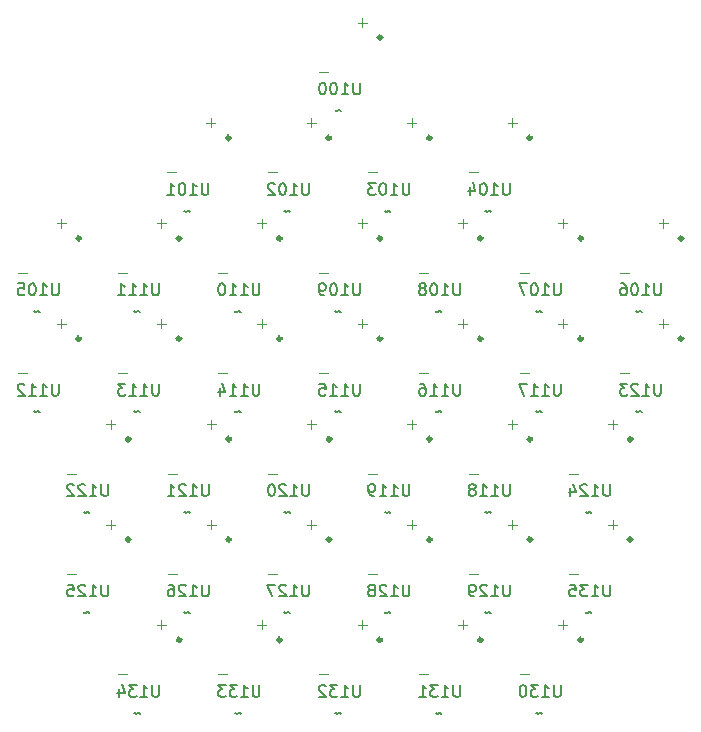
<source format=gbr>
%TF.GenerationSoftware,KiCad,Pcbnew,7.0.5*%
%TF.CreationDate,2024-03-28T22:27:53-05:00*%
%TF.ProjectId,LEDSphere,4c454453-7068-4657-9265-2e6b69636164,rev?*%
%TF.SameCoordinates,Original*%
%TF.FileFunction,AssemblyDrawing,Bot*%
%FSLAX46Y46*%
G04 Gerber Fmt 4.6, Leading zero omitted, Abs format (unit mm)*
G04 Created by KiCad (PCBNEW 7.0.5) date 2024-03-28 22:27:53*
%MOMM*%
%LPD*%
G01*
G04 APERTURE LIST*
%ADD10C,0.150000*%
%ADD11C,0.100000*%
%ADD12C,0.300000*%
G04 APERTURE END LIST*
D10*
%TO.C,U131*%
X158441904Y-124633866D02*
X158394285Y-124586247D01*
X158394285Y-124586247D02*
X158299047Y-124538628D01*
X158299047Y-124538628D02*
X158108571Y-124633866D01*
X158108571Y-124633866D02*
X158013333Y-124586247D01*
X158013333Y-124586247D02*
X157965714Y-124538628D01*
X160044285Y-122204819D02*
X160044285Y-123014342D01*
X160044285Y-123014342D02*
X159996666Y-123109580D01*
X159996666Y-123109580D02*
X159949047Y-123157200D01*
X159949047Y-123157200D02*
X159853809Y-123204819D01*
X159853809Y-123204819D02*
X159663333Y-123204819D01*
X159663333Y-123204819D02*
X159568095Y-123157200D01*
X159568095Y-123157200D02*
X159520476Y-123109580D01*
X159520476Y-123109580D02*
X159472857Y-123014342D01*
X159472857Y-123014342D02*
X159472857Y-122204819D01*
X158472857Y-123204819D02*
X159044285Y-123204819D01*
X158758571Y-123204819D02*
X158758571Y-122204819D01*
X158758571Y-122204819D02*
X158853809Y-122347676D01*
X158853809Y-122347676D02*
X158949047Y-122442914D01*
X158949047Y-122442914D02*
X159044285Y-122490533D01*
X158139523Y-122204819D02*
X157520476Y-122204819D01*
X157520476Y-122204819D02*
X157853809Y-122585771D01*
X157853809Y-122585771D02*
X157710952Y-122585771D01*
X157710952Y-122585771D02*
X157615714Y-122633390D01*
X157615714Y-122633390D02*
X157568095Y-122681009D01*
X157568095Y-122681009D02*
X157520476Y-122776247D01*
X157520476Y-122776247D02*
X157520476Y-123014342D01*
X157520476Y-123014342D02*
X157568095Y-123109580D01*
X157568095Y-123109580D02*
X157615714Y-123157200D01*
X157615714Y-123157200D02*
X157710952Y-123204819D01*
X157710952Y-123204819D02*
X157996666Y-123204819D01*
X157996666Y-123204819D02*
X158091904Y-123157200D01*
X158091904Y-123157200D02*
X158139523Y-123109580D01*
X156568095Y-123204819D02*
X157139523Y-123204819D01*
X156853809Y-123204819D02*
X156853809Y-122204819D01*
X156853809Y-122204819D02*
X156949047Y-122347676D01*
X156949047Y-122347676D02*
X157044285Y-122442914D01*
X157044285Y-122442914D02*
X157139523Y-122490533D01*
D11*
X160626115Y-117121466D02*
X159864211Y-117121466D01*
X160245163Y-117502419D02*
X160245163Y-116740514D01*
X157326115Y-121301466D02*
X156564211Y-121301466D01*
D10*
%TO.C,U134*%
X132941904Y-124633866D02*
X132894285Y-124586247D01*
X132894285Y-124586247D02*
X132799047Y-124538628D01*
X132799047Y-124538628D02*
X132608571Y-124633866D01*
X132608571Y-124633866D02*
X132513333Y-124586247D01*
X132513333Y-124586247D02*
X132465714Y-124538628D01*
X134544285Y-122204819D02*
X134544285Y-123014342D01*
X134544285Y-123014342D02*
X134496666Y-123109580D01*
X134496666Y-123109580D02*
X134449047Y-123157200D01*
X134449047Y-123157200D02*
X134353809Y-123204819D01*
X134353809Y-123204819D02*
X134163333Y-123204819D01*
X134163333Y-123204819D02*
X134068095Y-123157200D01*
X134068095Y-123157200D02*
X134020476Y-123109580D01*
X134020476Y-123109580D02*
X133972857Y-123014342D01*
X133972857Y-123014342D02*
X133972857Y-122204819D01*
X132972857Y-123204819D02*
X133544285Y-123204819D01*
X133258571Y-123204819D02*
X133258571Y-122204819D01*
X133258571Y-122204819D02*
X133353809Y-122347676D01*
X133353809Y-122347676D02*
X133449047Y-122442914D01*
X133449047Y-122442914D02*
X133544285Y-122490533D01*
X132639523Y-122204819D02*
X132020476Y-122204819D01*
X132020476Y-122204819D02*
X132353809Y-122585771D01*
X132353809Y-122585771D02*
X132210952Y-122585771D01*
X132210952Y-122585771D02*
X132115714Y-122633390D01*
X132115714Y-122633390D02*
X132068095Y-122681009D01*
X132068095Y-122681009D02*
X132020476Y-122776247D01*
X132020476Y-122776247D02*
X132020476Y-123014342D01*
X132020476Y-123014342D02*
X132068095Y-123109580D01*
X132068095Y-123109580D02*
X132115714Y-123157200D01*
X132115714Y-123157200D02*
X132210952Y-123204819D01*
X132210952Y-123204819D02*
X132496666Y-123204819D01*
X132496666Y-123204819D02*
X132591904Y-123157200D01*
X132591904Y-123157200D02*
X132639523Y-123109580D01*
X131163333Y-122538152D02*
X131163333Y-123204819D01*
X131401428Y-122157200D02*
X131639523Y-122871485D01*
X131639523Y-122871485D02*
X131020476Y-122871485D01*
D11*
X131826115Y-121301466D02*
X131064211Y-121301466D01*
X135126115Y-117121466D02*
X134364211Y-117121466D01*
X134745163Y-117502419D02*
X134745163Y-116740514D01*
D10*
%TO.C,U116*%
X158441904Y-99133866D02*
X158394285Y-99086247D01*
X158394285Y-99086247D02*
X158299047Y-99038628D01*
X158299047Y-99038628D02*
X158108571Y-99133866D01*
X158108571Y-99133866D02*
X158013333Y-99086247D01*
X158013333Y-99086247D02*
X157965714Y-99038628D01*
D11*
X160626115Y-91621466D02*
X159864211Y-91621466D01*
X160245163Y-92002419D02*
X160245163Y-91240514D01*
D10*
X160044285Y-96704819D02*
X160044285Y-97514342D01*
X160044285Y-97514342D02*
X159996666Y-97609580D01*
X159996666Y-97609580D02*
X159949047Y-97657200D01*
X159949047Y-97657200D02*
X159853809Y-97704819D01*
X159853809Y-97704819D02*
X159663333Y-97704819D01*
X159663333Y-97704819D02*
X159568095Y-97657200D01*
X159568095Y-97657200D02*
X159520476Y-97609580D01*
X159520476Y-97609580D02*
X159472857Y-97514342D01*
X159472857Y-97514342D02*
X159472857Y-96704819D01*
X158472857Y-97704819D02*
X159044285Y-97704819D01*
X158758571Y-97704819D02*
X158758571Y-96704819D01*
X158758571Y-96704819D02*
X158853809Y-96847676D01*
X158853809Y-96847676D02*
X158949047Y-96942914D01*
X158949047Y-96942914D02*
X159044285Y-96990533D01*
X157520476Y-97704819D02*
X158091904Y-97704819D01*
X157806190Y-97704819D02*
X157806190Y-96704819D01*
X157806190Y-96704819D02*
X157901428Y-96847676D01*
X157901428Y-96847676D02*
X157996666Y-96942914D01*
X157996666Y-96942914D02*
X158091904Y-96990533D01*
X156663333Y-96704819D02*
X156853809Y-96704819D01*
X156853809Y-96704819D02*
X156949047Y-96752438D01*
X156949047Y-96752438D02*
X156996666Y-96800057D01*
X156996666Y-96800057D02*
X157091904Y-96942914D01*
X157091904Y-96942914D02*
X157139523Y-97133390D01*
X157139523Y-97133390D02*
X157139523Y-97514342D01*
X157139523Y-97514342D02*
X157091904Y-97609580D01*
X157091904Y-97609580D02*
X157044285Y-97657200D01*
X157044285Y-97657200D02*
X156949047Y-97704819D01*
X156949047Y-97704819D02*
X156758571Y-97704819D01*
X156758571Y-97704819D02*
X156663333Y-97657200D01*
X156663333Y-97657200D02*
X156615714Y-97609580D01*
X156615714Y-97609580D02*
X156568095Y-97514342D01*
X156568095Y-97514342D02*
X156568095Y-97276247D01*
X156568095Y-97276247D02*
X156615714Y-97181009D01*
X156615714Y-97181009D02*
X156663333Y-97133390D01*
X156663333Y-97133390D02*
X156758571Y-97085771D01*
X156758571Y-97085771D02*
X156949047Y-97085771D01*
X156949047Y-97085771D02*
X157044285Y-97133390D01*
X157044285Y-97133390D02*
X157091904Y-97181009D01*
X157091904Y-97181009D02*
X157139523Y-97276247D01*
D11*
X157326115Y-95801466D02*
X156564211Y-95801466D01*
D10*
%TO.C,U103*%
X154126904Y-82133866D02*
X154079285Y-82086247D01*
X154079285Y-82086247D02*
X153984047Y-82038628D01*
X153984047Y-82038628D02*
X153793571Y-82133866D01*
X153793571Y-82133866D02*
X153698333Y-82086247D01*
X153698333Y-82086247D02*
X153650714Y-82038628D01*
D11*
X156311115Y-74621466D02*
X155549211Y-74621466D01*
X155930163Y-75002419D02*
X155930163Y-74240514D01*
X153011115Y-78801466D02*
X152249211Y-78801466D01*
D10*
X155729285Y-79704819D02*
X155729285Y-80514342D01*
X155729285Y-80514342D02*
X155681666Y-80609580D01*
X155681666Y-80609580D02*
X155634047Y-80657200D01*
X155634047Y-80657200D02*
X155538809Y-80704819D01*
X155538809Y-80704819D02*
X155348333Y-80704819D01*
X155348333Y-80704819D02*
X155253095Y-80657200D01*
X155253095Y-80657200D02*
X155205476Y-80609580D01*
X155205476Y-80609580D02*
X155157857Y-80514342D01*
X155157857Y-80514342D02*
X155157857Y-79704819D01*
X154157857Y-80704819D02*
X154729285Y-80704819D01*
X154443571Y-80704819D02*
X154443571Y-79704819D01*
X154443571Y-79704819D02*
X154538809Y-79847676D01*
X154538809Y-79847676D02*
X154634047Y-79942914D01*
X154634047Y-79942914D02*
X154729285Y-79990533D01*
X153538809Y-79704819D02*
X153443571Y-79704819D01*
X153443571Y-79704819D02*
X153348333Y-79752438D01*
X153348333Y-79752438D02*
X153300714Y-79800057D01*
X153300714Y-79800057D02*
X153253095Y-79895295D01*
X153253095Y-79895295D02*
X153205476Y-80085771D01*
X153205476Y-80085771D02*
X153205476Y-80323866D01*
X153205476Y-80323866D02*
X153253095Y-80514342D01*
X153253095Y-80514342D02*
X153300714Y-80609580D01*
X153300714Y-80609580D02*
X153348333Y-80657200D01*
X153348333Y-80657200D02*
X153443571Y-80704819D01*
X153443571Y-80704819D02*
X153538809Y-80704819D01*
X153538809Y-80704819D02*
X153634047Y-80657200D01*
X153634047Y-80657200D02*
X153681666Y-80609580D01*
X153681666Y-80609580D02*
X153729285Y-80514342D01*
X153729285Y-80514342D02*
X153776904Y-80323866D01*
X153776904Y-80323866D02*
X153776904Y-80085771D01*
X153776904Y-80085771D02*
X153729285Y-79895295D01*
X153729285Y-79895295D02*
X153681666Y-79800057D01*
X153681666Y-79800057D02*
X153634047Y-79752438D01*
X153634047Y-79752438D02*
X153538809Y-79704819D01*
X152872142Y-79704819D02*
X152253095Y-79704819D01*
X152253095Y-79704819D02*
X152586428Y-80085771D01*
X152586428Y-80085771D02*
X152443571Y-80085771D01*
X152443571Y-80085771D02*
X152348333Y-80133390D01*
X152348333Y-80133390D02*
X152300714Y-80181009D01*
X152300714Y-80181009D02*
X152253095Y-80276247D01*
X152253095Y-80276247D02*
X152253095Y-80514342D01*
X152253095Y-80514342D02*
X152300714Y-80609580D01*
X152300714Y-80609580D02*
X152348333Y-80657200D01*
X152348333Y-80657200D02*
X152443571Y-80704819D01*
X152443571Y-80704819D02*
X152729285Y-80704819D01*
X152729285Y-80704819D02*
X152824523Y-80657200D01*
X152824523Y-80657200D02*
X152872142Y-80609580D01*
%TO.C,U129*%
X162640404Y-116133866D02*
X162592785Y-116086247D01*
X162592785Y-116086247D02*
X162497547Y-116038628D01*
X162497547Y-116038628D02*
X162307071Y-116133866D01*
X162307071Y-116133866D02*
X162211833Y-116086247D01*
X162211833Y-116086247D02*
X162164214Y-116038628D01*
X164242785Y-113704819D02*
X164242785Y-114514342D01*
X164242785Y-114514342D02*
X164195166Y-114609580D01*
X164195166Y-114609580D02*
X164147547Y-114657200D01*
X164147547Y-114657200D02*
X164052309Y-114704819D01*
X164052309Y-114704819D02*
X163861833Y-114704819D01*
X163861833Y-114704819D02*
X163766595Y-114657200D01*
X163766595Y-114657200D02*
X163718976Y-114609580D01*
X163718976Y-114609580D02*
X163671357Y-114514342D01*
X163671357Y-114514342D02*
X163671357Y-113704819D01*
X162671357Y-114704819D02*
X163242785Y-114704819D01*
X162957071Y-114704819D02*
X162957071Y-113704819D01*
X162957071Y-113704819D02*
X163052309Y-113847676D01*
X163052309Y-113847676D02*
X163147547Y-113942914D01*
X163147547Y-113942914D02*
X163242785Y-113990533D01*
X162290404Y-113800057D02*
X162242785Y-113752438D01*
X162242785Y-113752438D02*
X162147547Y-113704819D01*
X162147547Y-113704819D02*
X161909452Y-113704819D01*
X161909452Y-113704819D02*
X161814214Y-113752438D01*
X161814214Y-113752438D02*
X161766595Y-113800057D01*
X161766595Y-113800057D02*
X161718976Y-113895295D01*
X161718976Y-113895295D02*
X161718976Y-113990533D01*
X161718976Y-113990533D02*
X161766595Y-114133390D01*
X161766595Y-114133390D02*
X162338023Y-114704819D01*
X162338023Y-114704819D02*
X161718976Y-114704819D01*
X161242785Y-114704819D02*
X161052309Y-114704819D01*
X161052309Y-114704819D02*
X160957071Y-114657200D01*
X160957071Y-114657200D02*
X160909452Y-114609580D01*
X160909452Y-114609580D02*
X160814214Y-114466723D01*
X160814214Y-114466723D02*
X160766595Y-114276247D01*
X160766595Y-114276247D02*
X160766595Y-113895295D01*
X160766595Y-113895295D02*
X160814214Y-113800057D01*
X160814214Y-113800057D02*
X160861833Y-113752438D01*
X160861833Y-113752438D02*
X160957071Y-113704819D01*
X160957071Y-113704819D02*
X161147547Y-113704819D01*
X161147547Y-113704819D02*
X161242785Y-113752438D01*
X161242785Y-113752438D02*
X161290404Y-113800057D01*
X161290404Y-113800057D02*
X161338023Y-113895295D01*
X161338023Y-113895295D02*
X161338023Y-114133390D01*
X161338023Y-114133390D02*
X161290404Y-114228628D01*
X161290404Y-114228628D02*
X161242785Y-114276247D01*
X161242785Y-114276247D02*
X161147547Y-114323866D01*
X161147547Y-114323866D02*
X160957071Y-114323866D01*
X160957071Y-114323866D02*
X160861833Y-114276247D01*
X160861833Y-114276247D02*
X160814214Y-114228628D01*
X160814214Y-114228628D02*
X160766595Y-114133390D01*
D11*
X161524615Y-112801466D02*
X160762711Y-112801466D01*
X164824615Y-108621466D02*
X164062711Y-108621466D01*
X164443663Y-109002419D02*
X164443663Y-108240514D01*
D10*
%TO.C,U132*%
X149941904Y-124633866D02*
X149894285Y-124586247D01*
X149894285Y-124586247D02*
X149799047Y-124538628D01*
X149799047Y-124538628D02*
X149608571Y-124633866D01*
X149608571Y-124633866D02*
X149513333Y-124586247D01*
X149513333Y-124586247D02*
X149465714Y-124538628D01*
X151544285Y-122204819D02*
X151544285Y-123014342D01*
X151544285Y-123014342D02*
X151496666Y-123109580D01*
X151496666Y-123109580D02*
X151449047Y-123157200D01*
X151449047Y-123157200D02*
X151353809Y-123204819D01*
X151353809Y-123204819D02*
X151163333Y-123204819D01*
X151163333Y-123204819D02*
X151068095Y-123157200D01*
X151068095Y-123157200D02*
X151020476Y-123109580D01*
X151020476Y-123109580D02*
X150972857Y-123014342D01*
X150972857Y-123014342D02*
X150972857Y-122204819D01*
X149972857Y-123204819D02*
X150544285Y-123204819D01*
X150258571Y-123204819D02*
X150258571Y-122204819D01*
X150258571Y-122204819D02*
X150353809Y-122347676D01*
X150353809Y-122347676D02*
X150449047Y-122442914D01*
X150449047Y-122442914D02*
X150544285Y-122490533D01*
X149639523Y-122204819D02*
X149020476Y-122204819D01*
X149020476Y-122204819D02*
X149353809Y-122585771D01*
X149353809Y-122585771D02*
X149210952Y-122585771D01*
X149210952Y-122585771D02*
X149115714Y-122633390D01*
X149115714Y-122633390D02*
X149068095Y-122681009D01*
X149068095Y-122681009D02*
X149020476Y-122776247D01*
X149020476Y-122776247D02*
X149020476Y-123014342D01*
X149020476Y-123014342D02*
X149068095Y-123109580D01*
X149068095Y-123109580D02*
X149115714Y-123157200D01*
X149115714Y-123157200D02*
X149210952Y-123204819D01*
X149210952Y-123204819D02*
X149496666Y-123204819D01*
X149496666Y-123204819D02*
X149591904Y-123157200D01*
X149591904Y-123157200D02*
X149639523Y-123109580D01*
X148639523Y-122300057D02*
X148591904Y-122252438D01*
X148591904Y-122252438D02*
X148496666Y-122204819D01*
X148496666Y-122204819D02*
X148258571Y-122204819D01*
X148258571Y-122204819D02*
X148163333Y-122252438D01*
X148163333Y-122252438D02*
X148115714Y-122300057D01*
X148115714Y-122300057D02*
X148068095Y-122395295D01*
X148068095Y-122395295D02*
X148068095Y-122490533D01*
X148068095Y-122490533D02*
X148115714Y-122633390D01*
X148115714Y-122633390D02*
X148687142Y-123204819D01*
X148687142Y-123204819D02*
X148068095Y-123204819D01*
D11*
X152126115Y-117121466D02*
X151364211Y-117121466D01*
X151745163Y-117502419D02*
X151745163Y-116740514D01*
X148826115Y-121301466D02*
X148064211Y-121301466D01*
D10*
%TO.C,U125*%
X128640404Y-116133866D02*
X128592785Y-116086247D01*
X128592785Y-116086247D02*
X128497547Y-116038628D01*
X128497547Y-116038628D02*
X128307071Y-116133866D01*
X128307071Y-116133866D02*
X128211833Y-116086247D01*
X128211833Y-116086247D02*
X128164214Y-116038628D01*
D11*
X130824615Y-108621466D02*
X130062711Y-108621466D01*
X130443663Y-109002419D02*
X130443663Y-108240514D01*
X127524615Y-112801466D02*
X126762711Y-112801466D01*
D10*
X130242785Y-113704819D02*
X130242785Y-114514342D01*
X130242785Y-114514342D02*
X130195166Y-114609580D01*
X130195166Y-114609580D02*
X130147547Y-114657200D01*
X130147547Y-114657200D02*
X130052309Y-114704819D01*
X130052309Y-114704819D02*
X129861833Y-114704819D01*
X129861833Y-114704819D02*
X129766595Y-114657200D01*
X129766595Y-114657200D02*
X129718976Y-114609580D01*
X129718976Y-114609580D02*
X129671357Y-114514342D01*
X129671357Y-114514342D02*
X129671357Y-113704819D01*
X128671357Y-114704819D02*
X129242785Y-114704819D01*
X128957071Y-114704819D02*
X128957071Y-113704819D01*
X128957071Y-113704819D02*
X129052309Y-113847676D01*
X129052309Y-113847676D02*
X129147547Y-113942914D01*
X129147547Y-113942914D02*
X129242785Y-113990533D01*
X128290404Y-113800057D02*
X128242785Y-113752438D01*
X128242785Y-113752438D02*
X128147547Y-113704819D01*
X128147547Y-113704819D02*
X127909452Y-113704819D01*
X127909452Y-113704819D02*
X127814214Y-113752438D01*
X127814214Y-113752438D02*
X127766595Y-113800057D01*
X127766595Y-113800057D02*
X127718976Y-113895295D01*
X127718976Y-113895295D02*
X127718976Y-113990533D01*
X127718976Y-113990533D02*
X127766595Y-114133390D01*
X127766595Y-114133390D02*
X128338023Y-114704819D01*
X128338023Y-114704819D02*
X127718976Y-114704819D01*
X126814214Y-113704819D02*
X127290404Y-113704819D01*
X127290404Y-113704819D02*
X127338023Y-114181009D01*
X127338023Y-114181009D02*
X127290404Y-114133390D01*
X127290404Y-114133390D02*
X127195166Y-114085771D01*
X127195166Y-114085771D02*
X126957071Y-114085771D01*
X126957071Y-114085771D02*
X126861833Y-114133390D01*
X126861833Y-114133390D02*
X126814214Y-114181009D01*
X126814214Y-114181009D02*
X126766595Y-114276247D01*
X126766595Y-114276247D02*
X126766595Y-114514342D01*
X126766595Y-114514342D02*
X126814214Y-114609580D01*
X126814214Y-114609580D02*
X126861833Y-114657200D01*
X126861833Y-114657200D02*
X126957071Y-114704819D01*
X126957071Y-114704819D02*
X127195166Y-114704819D01*
X127195166Y-114704819D02*
X127290404Y-114657200D01*
X127290404Y-114657200D02*
X127338023Y-114609580D01*
%TO.C,U113*%
X132941904Y-99133866D02*
X132894285Y-99086247D01*
X132894285Y-99086247D02*
X132799047Y-99038628D01*
X132799047Y-99038628D02*
X132608571Y-99133866D01*
X132608571Y-99133866D02*
X132513333Y-99086247D01*
X132513333Y-99086247D02*
X132465714Y-99038628D01*
D11*
X131826115Y-95801466D02*
X131064211Y-95801466D01*
X135126115Y-91621466D02*
X134364211Y-91621466D01*
X134745163Y-92002419D02*
X134745163Y-91240514D01*
D10*
X134544285Y-96704819D02*
X134544285Y-97514342D01*
X134544285Y-97514342D02*
X134496666Y-97609580D01*
X134496666Y-97609580D02*
X134449047Y-97657200D01*
X134449047Y-97657200D02*
X134353809Y-97704819D01*
X134353809Y-97704819D02*
X134163333Y-97704819D01*
X134163333Y-97704819D02*
X134068095Y-97657200D01*
X134068095Y-97657200D02*
X134020476Y-97609580D01*
X134020476Y-97609580D02*
X133972857Y-97514342D01*
X133972857Y-97514342D02*
X133972857Y-96704819D01*
X132972857Y-97704819D02*
X133544285Y-97704819D01*
X133258571Y-97704819D02*
X133258571Y-96704819D01*
X133258571Y-96704819D02*
X133353809Y-96847676D01*
X133353809Y-96847676D02*
X133449047Y-96942914D01*
X133449047Y-96942914D02*
X133544285Y-96990533D01*
X132020476Y-97704819D02*
X132591904Y-97704819D01*
X132306190Y-97704819D02*
X132306190Y-96704819D01*
X132306190Y-96704819D02*
X132401428Y-96847676D01*
X132401428Y-96847676D02*
X132496666Y-96942914D01*
X132496666Y-96942914D02*
X132591904Y-96990533D01*
X131687142Y-96704819D02*
X131068095Y-96704819D01*
X131068095Y-96704819D02*
X131401428Y-97085771D01*
X131401428Y-97085771D02*
X131258571Y-97085771D01*
X131258571Y-97085771D02*
X131163333Y-97133390D01*
X131163333Y-97133390D02*
X131115714Y-97181009D01*
X131115714Y-97181009D02*
X131068095Y-97276247D01*
X131068095Y-97276247D02*
X131068095Y-97514342D01*
X131068095Y-97514342D02*
X131115714Y-97609580D01*
X131115714Y-97609580D02*
X131163333Y-97657200D01*
X131163333Y-97657200D02*
X131258571Y-97704819D01*
X131258571Y-97704819D02*
X131544285Y-97704819D01*
X131544285Y-97704819D02*
X131639523Y-97657200D01*
X131639523Y-97657200D02*
X131687142Y-97609580D01*
%TO.C,U105*%
X124441904Y-90633866D02*
X124394285Y-90586247D01*
X124394285Y-90586247D02*
X124299047Y-90538628D01*
X124299047Y-90538628D02*
X124108571Y-90633866D01*
X124108571Y-90633866D02*
X124013333Y-90586247D01*
X124013333Y-90586247D02*
X123965714Y-90538628D01*
X126044285Y-88204819D02*
X126044285Y-89014342D01*
X126044285Y-89014342D02*
X125996666Y-89109580D01*
X125996666Y-89109580D02*
X125949047Y-89157200D01*
X125949047Y-89157200D02*
X125853809Y-89204819D01*
X125853809Y-89204819D02*
X125663333Y-89204819D01*
X125663333Y-89204819D02*
X125568095Y-89157200D01*
X125568095Y-89157200D02*
X125520476Y-89109580D01*
X125520476Y-89109580D02*
X125472857Y-89014342D01*
X125472857Y-89014342D02*
X125472857Y-88204819D01*
X124472857Y-89204819D02*
X125044285Y-89204819D01*
X124758571Y-89204819D02*
X124758571Y-88204819D01*
X124758571Y-88204819D02*
X124853809Y-88347676D01*
X124853809Y-88347676D02*
X124949047Y-88442914D01*
X124949047Y-88442914D02*
X125044285Y-88490533D01*
X123853809Y-88204819D02*
X123758571Y-88204819D01*
X123758571Y-88204819D02*
X123663333Y-88252438D01*
X123663333Y-88252438D02*
X123615714Y-88300057D01*
X123615714Y-88300057D02*
X123568095Y-88395295D01*
X123568095Y-88395295D02*
X123520476Y-88585771D01*
X123520476Y-88585771D02*
X123520476Y-88823866D01*
X123520476Y-88823866D02*
X123568095Y-89014342D01*
X123568095Y-89014342D02*
X123615714Y-89109580D01*
X123615714Y-89109580D02*
X123663333Y-89157200D01*
X123663333Y-89157200D02*
X123758571Y-89204819D01*
X123758571Y-89204819D02*
X123853809Y-89204819D01*
X123853809Y-89204819D02*
X123949047Y-89157200D01*
X123949047Y-89157200D02*
X123996666Y-89109580D01*
X123996666Y-89109580D02*
X124044285Y-89014342D01*
X124044285Y-89014342D02*
X124091904Y-88823866D01*
X124091904Y-88823866D02*
X124091904Y-88585771D01*
X124091904Y-88585771D02*
X124044285Y-88395295D01*
X124044285Y-88395295D02*
X123996666Y-88300057D01*
X123996666Y-88300057D02*
X123949047Y-88252438D01*
X123949047Y-88252438D02*
X123853809Y-88204819D01*
X122615714Y-88204819D02*
X123091904Y-88204819D01*
X123091904Y-88204819D02*
X123139523Y-88681009D01*
X123139523Y-88681009D02*
X123091904Y-88633390D01*
X123091904Y-88633390D02*
X122996666Y-88585771D01*
X122996666Y-88585771D02*
X122758571Y-88585771D01*
X122758571Y-88585771D02*
X122663333Y-88633390D01*
X122663333Y-88633390D02*
X122615714Y-88681009D01*
X122615714Y-88681009D02*
X122568095Y-88776247D01*
X122568095Y-88776247D02*
X122568095Y-89014342D01*
X122568095Y-89014342D02*
X122615714Y-89109580D01*
X122615714Y-89109580D02*
X122663333Y-89157200D01*
X122663333Y-89157200D02*
X122758571Y-89204819D01*
X122758571Y-89204819D02*
X122996666Y-89204819D01*
X122996666Y-89204819D02*
X123091904Y-89157200D01*
X123091904Y-89157200D02*
X123139523Y-89109580D01*
D11*
X123326115Y-87301466D02*
X122564211Y-87301466D01*
X126626115Y-83121466D02*
X125864211Y-83121466D01*
X126245163Y-83502419D02*
X126245163Y-82740514D01*
D10*
%TO.C,U108*%
X158441904Y-90633866D02*
X158394285Y-90586247D01*
X158394285Y-90586247D02*
X158299047Y-90538628D01*
X158299047Y-90538628D02*
X158108571Y-90633866D01*
X158108571Y-90633866D02*
X158013333Y-90586247D01*
X158013333Y-90586247D02*
X157965714Y-90538628D01*
D11*
X160626115Y-83121466D02*
X159864211Y-83121466D01*
X160245163Y-83502419D02*
X160245163Y-82740514D01*
D10*
X160044285Y-88204819D02*
X160044285Y-89014342D01*
X160044285Y-89014342D02*
X159996666Y-89109580D01*
X159996666Y-89109580D02*
X159949047Y-89157200D01*
X159949047Y-89157200D02*
X159853809Y-89204819D01*
X159853809Y-89204819D02*
X159663333Y-89204819D01*
X159663333Y-89204819D02*
X159568095Y-89157200D01*
X159568095Y-89157200D02*
X159520476Y-89109580D01*
X159520476Y-89109580D02*
X159472857Y-89014342D01*
X159472857Y-89014342D02*
X159472857Y-88204819D01*
X158472857Y-89204819D02*
X159044285Y-89204819D01*
X158758571Y-89204819D02*
X158758571Y-88204819D01*
X158758571Y-88204819D02*
X158853809Y-88347676D01*
X158853809Y-88347676D02*
X158949047Y-88442914D01*
X158949047Y-88442914D02*
X159044285Y-88490533D01*
X157853809Y-88204819D02*
X157758571Y-88204819D01*
X157758571Y-88204819D02*
X157663333Y-88252438D01*
X157663333Y-88252438D02*
X157615714Y-88300057D01*
X157615714Y-88300057D02*
X157568095Y-88395295D01*
X157568095Y-88395295D02*
X157520476Y-88585771D01*
X157520476Y-88585771D02*
X157520476Y-88823866D01*
X157520476Y-88823866D02*
X157568095Y-89014342D01*
X157568095Y-89014342D02*
X157615714Y-89109580D01*
X157615714Y-89109580D02*
X157663333Y-89157200D01*
X157663333Y-89157200D02*
X157758571Y-89204819D01*
X157758571Y-89204819D02*
X157853809Y-89204819D01*
X157853809Y-89204819D02*
X157949047Y-89157200D01*
X157949047Y-89157200D02*
X157996666Y-89109580D01*
X157996666Y-89109580D02*
X158044285Y-89014342D01*
X158044285Y-89014342D02*
X158091904Y-88823866D01*
X158091904Y-88823866D02*
X158091904Y-88585771D01*
X158091904Y-88585771D02*
X158044285Y-88395295D01*
X158044285Y-88395295D02*
X157996666Y-88300057D01*
X157996666Y-88300057D02*
X157949047Y-88252438D01*
X157949047Y-88252438D02*
X157853809Y-88204819D01*
X156949047Y-88633390D02*
X157044285Y-88585771D01*
X157044285Y-88585771D02*
X157091904Y-88538152D01*
X157091904Y-88538152D02*
X157139523Y-88442914D01*
X157139523Y-88442914D02*
X157139523Y-88395295D01*
X157139523Y-88395295D02*
X157091904Y-88300057D01*
X157091904Y-88300057D02*
X157044285Y-88252438D01*
X157044285Y-88252438D02*
X156949047Y-88204819D01*
X156949047Y-88204819D02*
X156758571Y-88204819D01*
X156758571Y-88204819D02*
X156663333Y-88252438D01*
X156663333Y-88252438D02*
X156615714Y-88300057D01*
X156615714Y-88300057D02*
X156568095Y-88395295D01*
X156568095Y-88395295D02*
X156568095Y-88442914D01*
X156568095Y-88442914D02*
X156615714Y-88538152D01*
X156615714Y-88538152D02*
X156663333Y-88585771D01*
X156663333Y-88585771D02*
X156758571Y-88633390D01*
X156758571Y-88633390D02*
X156949047Y-88633390D01*
X156949047Y-88633390D02*
X157044285Y-88681009D01*
X157044285Y-88681009D02*
X157091904Y-88728628D01*
X157091904Y-88728628D02*
X157139523Y-88823866D01*
X157139523Y-88823866D02*
X157139523Y-89014342D01*
X157139523Y-89014342D02*
X157091904Y-89109580D01*
X157091904Y-89109580D02*
X157044285Y-89157200D01*
X157044285Y-89157200D02*
X156949047Y-89204819D01*
X156949047Y-89204819D02*
X156758571Y-89204819D01*
X156758571Y-89204819D02*
X156663333Y-89157200D01*
X156663333Y-89157200D02*
X156615714Y-89109580D01*
X156615714Y-89109580D02*
X156568095Y-89014342D01*
X156568095Y-89014342D02*
X156568095Y-88823866D01*
X156568095Y-88823866D02*
X156615714Y-88728628D01*
X156615714Y-88728628D02*
X156663333Y-88681009D01*
X156663333Y-88681009D02*
X156758571Y-88633390D01*
D11*
X157326115Y-87301466D02*
X156564211Y-87301466D01*
D10*
%TO.C,U109*%
X149941904Y-90633866D02*
X149894285Y-90586247D01*
X149894285Y-90586247D02*
X149799047Y-90538628D01*
X149799047Y-90538628D02*
X149608571Y-90633866D01*
X149608571Y-90633866D02*
X149513333Y-90586247D01*
X149513333Y-90586247D02*
X149465714Y-90538628D01*
D11*
X152126115Y-83121466D02*
X151364211Y-83121466D01*
X151745163Y-83502419D02*
X151745163Y-82740514D01*
X148826115Y-87301466D02*
X148064211Y-87301466D01*
D10*
X151544285Y-88204819D02*
X151544285Y-89014342D01*
X151544285Y-89014342D02*
X151496666Y-89109580D01*
X151496666Y-89109580D02*
X151449047Y-89157200D01*
X151449047Y-89157200D02*
X151353809Y-89204819D01*
X151353809Y-89204819D02*
X151163333Y-89204819D01*
X151163333Y-89204819D02*
X151068095Y-89157200D01*
X151068095Y-89157200D02*
X151020476Y-89109580D01*
X151020476Y-89109580D02*
X150972857Y-89014342D01*
X150972857Y-89014342D02*
X150972857Y-88204819D01*
X149972857Y-89204819D02*
X150544285Y-89204819D01*
X150258571Y-89204819D02*
X150258571Y-88204819D01*
X150258571Y-88204819D02*
X150353809Y-88347676D01*
X150353809Y-88347676D02*
X150449047Y-88442914D01*
X150449047Y-88442914D02*
X150544285Y-88490533D01*
X149353809Y-88204819D02*
X149258571Y-88204819D01*
X149258571Y-88204819D02*
X149163333Y-88252438D01*
X149163333Y-88252438D02*
X149115714Y-88300057D01*
X149115714Y-88300057D02*
X149068095Y-88395295D01*
X149068095Y-88395295D02*
X149020476Y-88585771D01*
X149020476Y-88585771D02*
X149020476Y-88823866D01*
X149020476Y-88823866D02*
X149068095Y-89014342D01*
X149068095Y-89014342D02*
X149115714Y-89109580D01*
X149115714Y-89109580D02*
X149163333Y-89157200D01*
X149163333Y-89157200D02*
X149258571Y-89204819D01*
X149258571Y-89204819D02*
X149353809Y-89204819D01*
X149353809Y-89204819D02*
X149449047Y-89157200D01*
X149449047Y-89157200D02*
X149496666Y-89109580D01*
X149496666Y-89109580D02*
X149544285Y-89014342D01*
X149544285Y-89014342D02*
X149591904Y-88823866D01*
X149591904Y-88823866D02*
X149591904Y-88585771D01*
X149591904Y-88585771D02*
X149544285Y-88395295D01*
X149544285Y-88395295D02*
X149496666Y-88300057D01*
X149496666Y-88300057D02*
X149449047Y-88252438D01*
X149449047Y-88252438D02*
X149353809Y-88204819D01*
X148544285Y-89204819D02*
X148353809Y-89204819D01*
X148353809Y-89204819D02*
X148258571Y-89157200D01*
X148258571Y-89157200D02*
X148210952Y-89109580D01*
X148210952Y-89109580D02*
X148115714Y-88966723D01*
X148115714Y-88966723D02*
X148068095Y-88776247D01*
X148068095Y-88776247D02*
X148068095Y-88395295D01*
X148068095Y-88395295D02*
X148115714Y-88300057D01*
X148115714Y-88300057D02*
X148163333Y-88252438D01*
X148163333Y-88252438D02*
X148258571Y-88204819D01*
X148258571Y-88204819D02*
X148449047Y-88204819D01*
X148449047Y-88204819D02*
X148544285Y-88252438D01*
X148544285Y-88252438D02*
X148591904Y-88300057D01*
X148591904Y-88300057D02*
X148639523Y-88395295D01*
X148639523Y-88395295D02*
X148639523Y-88633390D01*
X148639523Y-88633390D02*
X148591904Y-88728628D01*
X148591904Y-88728628D02*
X148544285Y-88776247D01*
X148544285Y-88776247D02*
X148449047Y-88823866D01*
X148449047Y-88823866D02*
X148258571Y-88823866D01*
X148258571Y-88823866D02*
X148163333Y-88776247D01*
X148163333Y-88776247D02*
X148115714Y-88728628D01*
X148115714Y-88728628D02*
X148068095Y-88633390D01*
%TO.C,U111*%
X132941904Y-90633866D02*
X132894285Y-90586247D01*
X132894285Y-90586247D02*
X132799047Y-90538628D01*
X132799047Y-90538628D02*
X132608571Y-90633866D01*
X132608571Y-90633866D02*
X132513333Y-90586247D01*
X132513333Y-90586247D02*
X132465714Y-90538628D01*
D11*
X135126115Y-83121466D02*
X134364211Y-83121466D01*
X134745163Y-83502419D02*
X134745163Y-82740514D01*
X131826115Y-87301466D02*
X131064211Y-87301466D01*
D10*
X134544285Y-88204819D02*
X134544285Y-89014342D01*
X134544285Y-89014342D02*
X134496666Y-89109580D01*
X134496666Y-89109580D02*
X134449047Y-89157200D01*
X134449047Y-89157200D02*
X134353809Y-89204819D01*
X134353809Y-89204819D02*
X134163333Y-89204819D01*
X134163333Y-89204819D02*
X134068095Y-89157200D01*
X134068095Y-89157200D02*
X134020476Y-89109580D01*
X134020476Y-89109580D02*
X133972857Y-89014342D01*
X133972857Y-89014342D02*
X133972857Y-88204819D01*
X132972857Y-89204819D02*
X133544285Y-89204819D01*
X133258571Y-89204819D02*
X133258571Y-88204819D01*
X133258571Y-88204819D02*
X133353809Y-88347676D01*
X133353809Y-88347676D02*
X133449047Y-88442914D01*
X133449047Y-88442914D02*
X133544285Y-88490533D01*
X132020476Y-89204819D02*
X132591904Y-89204819D01*
X132306190Y-89204819D02*
X132306190Y-88204819D01*
X132306190Y-88204819D02*
X132401428Y-88347676D01*
X132401428Y-88347676D02*
X132496666Y-88442914D01*
X132496666Y-88442914D02*
X132591904Y-88490533D01*
X131068095Y-89204819D02*
X131639523Y-89204819D01*
X131353809Y-89204819D02*
X131353809Y-88204819D01*
X131353809Y-88204819D02*
X131449047Y-88347676D01*
X131449047Y-88347676D02*
X131544285Y-88442914D01*
X131544285Y-88442914D02*
X131639523Y-88490533D01*
%TO.C,U127*%
X145640404Y-116133866D02*
X145592785Y-116086247D01*
X145592785Y-116086247D02*
X145497547Y-116038628D01*
X145497547Y-116038628D02*
X145307071Y-116133866D01*
X145307071Y-116133866D02*
X145211833Y-116086247D01*
X145211833Y-116086247D02*
X145164214Y-116038628D01*
X147242785Y-113704819D02*
X147242785Y-114514342D01*
X147242785Y-114514342D02*
X147195166Y-114609580D01*
X147195166Y-114609580D02*
X147147547Y-114657200D01*
X147147547Y-114657200D02*
X147052309Y-114704819D01*
X147052309Y-114704819D02*
X146861833Y-114704819D01*
X146861833Y-114704819D02*
X146766595Y-114657200D01*
X146766595Y-114657200D02*
X146718976Y-114609580D01*
X146718976Y-114609580D02*
X146671357Y-114514342D01*
X146671357Y-114514342D02*
X146671357Y-113704819D01*
X145671357Y-114704819D02*
X146242785Y-114704819D01*
X145957071Y-114704819D02*
X145957071Y-113704819D01*
X145957071Y-113704819D02*
X146052309Y-113847676D01*
X146052309Y-113847676D02*
X146147547Y-113942914D01*
X146147547Y-113942914D02*
X146242785Y-113990533D01*
X145290404Y-113800057D02*
X145242785Y-113752438D01*
X145242785Y-113752438D02*
X145147547Y-113704819D01*
X145147547Y-113704819D02*
X144909452Y-113704819D01*
X144909452Y-113704819D02*
X144814214Y-113752438D01*
X144814214Y-113752438D02*
X144766595Y-113800057D01*
X144766595Y-113800057D02*
X144718976Y-113895295D01*
X144718976Y-113895295D02*
X144718976Y-113990533D01*
X144718976Y-113990533D02*
X144766595Y-114133390D01*
X144766595Y-114133390D02*
X145338023Y-114704819D01*
X145338023Y-114704819D02*
X144718976Y-114704819D01*
X144385642Y-113704819D02*
X143718976Y-113704819D01*
X143718976Y-113704819D02*
X144147547Y-114704819D01*
D11*
X147824615Y-108621466D02*
X147062711Y-108621466D01*
X147443663Y-109002419D02*
X147443663Y-108240514D01*
X144524615Y-112801466D02*
X143762711Y-112801466D01*
D10*
%TO.C,U130*%
X166941904Y-124633866D02*
X166894285Y-124586247D01*
X166894285Y-124586247D02*
X166799047Y-124538628D01*
X166799047Y-124538628D02*
X166608571Y-124633866D01*
X166608571Y-124633866D02*
X166513333Y-124586247D01*
X166513333Y-124586247D02*
X166465714Y-124538628D01*
D11*
X165826115Y-121301466D02*
X165064211Y-121301466D01*
X169126115Y-117121466D02*
X168364211Y-117121466D01*
X168745163Y-117502419D02*
X168745163Y-116740514D01*
D10*
X168544285Y-122204819D02*
X168544285Y-123014342D01*
X168544285Y-123014342D02*
X168496666Y-123109580D01*
X168496666Y-123109580D02*
X168449047Y-123157200D01*
X168449047Y-123157200D02*
X168353809Y-123204819D01*
X168353809Y-123204819D02*
X168163333Y-123204819D01*
X168163333Y-123204819D02*
X168068095Y-123157200D01*
X168068095Y-123157200D02*
X168020476Y-123109580D01*
X168020476Y-123109580D02*
X167972857Y-123014342D01*
X167972857Y-123014342D02*
X167972857Y-122204819D01*
X166972857Y-123204819D02*
X167544285Y-123204819D01*
X167258571Y-123204819D02*
X167258571Y-122204819D01*
X167258571Y-122204819D02*
X167353809Y-122347676D01*
X167353809Y-122347676D02*
X167449047Y-122442914D01*
X167449047Y-122442914D02*
X167544285Y-122490533D01*
X166639523Y-122204819D02*
X166020476Y-122204819D01*
X166020476Y-122204819D02*
X166353809Y-122585771D01*
X166353809Y-122585771D02*
X166210952Y-122585771D01*
X166210952Y-122585771D02*
X166115714Y-122633390D01*
X166115714Y-122633390D02*
X166068095Y-122681009D01*
X166068095Y-122681009D02*
X166020476Y-122776247D01*
X166020476Y-122776247D02*
X166020476Y-123014342D01*
X166020476Y-123014342D02*
X166068095Y-123109580D01*
X166068095Y-123109580D02*
X166115714Y-123157200D01*
X166115714Y-123157200D02*
X166210952Y-123204819D01*
X166210952Y-123204819D02*
X166496666Y-123204819D01*
X166496666Y-123204819D02*
X166591904Y-123157200D01*
X166591904Y-123157200D02*
X166639523Y-123109580D01*
X165401428Y-122204819D02*
X165306190Y-122204819D01*
X165306190Y-122204819D02*
X165210952Y-122252438D01*
X165210952Y-122252438D02*
X165163333Y-122300057D01*
X165163333Y-122300057D02*
X165115714Y-122395295D01*
X165115714Y-122395295D02*
X165068095Y-122585771D01*
X165068095Y-122585771D02*
X165068095Y-122823866D01*
X165068095Y-122823866D02*
X165115714Y-123014342D01*
X165115714Y-123014342D02*
X165163333Y-123109580D01*
X165163333Y-123109580D02*
X165210952Y-123157200D01*
X165210952Y-123157200D02*
X165306190Y-123204819D01*
X165306190Y-123204819D02*
X165401428Y-123204819D01*
X165401428Y-123204819D02*
X165496666Y-123157200D01*
X165496666Y-123157200D02*
X165544285Y-123109580D01*
X165544285Y-123109580D02*
X165591904Y-123014342D01*
X165591904Y-123014342D02*
X165639523Y-122823866D01*
X165639523Y-122823866D02*
X165639523Y-122585771D01*
X165639523Y-122585771D02*
X165591904Y-122395295D01*
X165591904Y-122395295D02*
X165544285Y-122300057D01*
X165544285Y-122300057D02*
X165496666Y-122252438D01*
X165496666Y-122252438D02*
X165401428Y-122204819D01*
%TO.C,U120*%
X145640404Y-107633866D02*
X145592785Y-107586247D01*
X145592785Y-107586247D02*
X145497547Y-107538628D01*
X145497547Y-107538628D02*
X145307071Y-107633866D01*
X145307071Y-107633866D02*
X145211833Y-107586247D01*
X145211833Y-107586247D02*
X145164214Y-107538628D01*
D11*
X147824615Y-100121466D02*
X147062711Y-100121466D01*
X147443663Y-100502419D02*
X147443663Y-99740514D01*
X144524615Y-104301466D02*
X143762711Y-104301466D01*
D10*
X147242785Y-105204819D02*
X147242785Y-106014342D01*
X147242785Y-106014342D02*
X147195166Y-106109580D01*
X147195166Y-106109580D02*
X147147547Y-106157200D01*
X147147547Y-106157200D02*
X147052309Y-106204819D01*
X147052309Y-106204819D02*
X146861833Y-106204819D01*
X146861833Y-106204819D02*
X146766595Y-106157200D01*
X146766595Y-106157200D02*
X146718976Y-106109580D01*
X146718976Y-106109580D02*
X146671357Y-106014342D01*
X146671357Y-106014342D02*
X146671357Y-105204819D01*
X145671357Y-106204819D02*
X146242785Y-106204819D01*
X145957071Y-106204819D02*
X145957071Y-105204819D01*
X145957071Y-105204819D02*
X146052309Y-105347676D01*
X146052309Y-105347676D02*
X146147547Y-105442914D01*
X146147547Y-105442914D02*
X146242785Y-105490533D01*
X145290404Y-105300057D02*
X145242785Y-105252438D01*
X145242785Y-105252438D02*
X145147547Y-105204819D01*
X145147547Y-105204819D02*
X144909452Y-105204819D01*
X144909452Y-105204819D02*
X144814214Y-105252438D01*
X144814214Y-105252438D02*
X144766595Y-105300057D01*
X144766595Y-105300057D02*
X144718976Y-105395295D01*
X144718976Y-105395295D02*
X144718976Y-105490533D01*
X144718976Y-105490533D02*
X144766595Y-105633390D01*
X144766595Y-105633390D02*
X145338023Y-106204819D01*
X145338023Y-106204819D02*
X144718976Y-106204819D01*
X144099928Y-105204819D02*
X144004690Y-105204819D01*
X144004690Y-105204819D02*
X143909452Y-105252438D01*
X143909452Y-105252438D02*
X143861833Y-105300057D01*
X143861833Y-105300057D02*
X143814214Y-105395295D01*
X143814214Y-105395295D02*
X143766595Y-105585771D01*
X143766595Y-105585771D02*
X143766595Y-105823866D01*
X143766595Y-105823866D02*
X143814214Y-106014342D01*
X143814214Y-106014342D02*
X143861833Y-106109580D01*
X143861833Y-106109580D02*
X143909452Y-106157200D01*
X143909452Y-106157200D02*
X144004690Y-106204819D01*
X144004690Y-106204819D02*
X144099928Y-106204819D01*
X144099928Y-106204819D02*
X144195166Y-106157200D01*
X144195166Y-106157200D02*
X144242785Y-106109580D01*
X144242785Y-106109580D02*
X144290404Y-106014342D01*
X144290404Y-106014342D02*
X144338023Y-105823866D01*
X144338023Y-105823866D02*
X144338023Y-105585771D01*
X144338023Y-105585771D02*
X144290404Y-105395295D01*
X144290404Y-105395295D02*
X144242785Y-105300057D01*
X144242785Y-105300057D02*
X144195166Y-105252438D01*
X144195166Y-105252438D02*
X144099928Y-105204819D01*
%TO.C,U119*%
X154140404Y-107633866D02*
X154092785Y-107586247D01*
X154092785Y-107586247D02*
X153997547Y-107538628D01*
X153997547Y-107538628D02*
X153807071Y-107633866D01*
X153807071Y-107633866D02*
X153711833Y-107586247D01*
X153711833Y-107586247D02*
X153664214Y-107538628D01*
D11*
X153024615Y-104301466D02*
X152262711Y-104301466D01*
X156324615Y-100121466D02*
X155562711Y-100121466D01*
X155943663Y-100502419D02*
X155943663Y-99740514D01*
D10*
X155742785Y-105204819D02*
X155742785Y-106014342D01*
X155742785Y-106014342D02*
X155695166Y-106109580D01*
X155695166Y-106109580D02*
X155647547Y-106157200D01*
X155647547Y-106157200D02*
X155552309Y-106204819D01*
X155552309Y-106204819D02*
X155361833Y-106204819D01*
X155361833Y-106204819D02*
X155266595Y-106157200D01*
X155266595Y-106157200D02*
X155218976Y-106109580D01*
X155218976Y-106109580D02*
X155171357Y-106014342D01*
X155171357Y-106014342D02*
X155171357Y-105204819D01*
X154171357Y-106204819D02*
X154742785Y-106204819D01*
X154457071Y-106204819D02*
X154457071Y-105204819D01*
X154457071Y-105204819D02*
X154552309Y-105347676D01*
X154552309Y-105347676D02*
X154647547Y-105442914D01*
X154647547Y-105442914D02*
X154742785Y-105490533D01*
X153218976Y-106204819D02*
X153790404Y-106204819D01*
X153504690Y-106204819D02*
X153504690Y-105204819D01*
X153504690Y-105204819D02*
X153599928Y-105347676D01*
X153599928Y-105347676D02*
X153695166Y-105442914D01*
X153695166Y-105442914D02*
X153790404Y-105490533D01*
X152742785Y-106204819D02*
X152552309Y-106204819D01*
X152552309Y-106204819D02*
X152457071Y-106157200D01*
X152457071Y-106157200D02*
X152409452Y-106109580D01*
X152409452Y-106109580D02*
X152314214Y-105966723D01*
X152314214Y-105966723D02*
X152266595Y-105776247D01*
X152266595Y-105776247D02*
X152266595Y-105395295D01*
X152266595Y-105395295D02*
X152314214Y-105300057D01*
X152314214Y-105300057D02*
X152361833Y-105252438D01*
X152361833Y-105252438D02*
X152457071Y-105204819D01*
X152457071Y-105204819D02*
X152647547Y-105204819D01*
X152647547Y-105204819D02*
X152742785Y-105252438D01*
X152742785Y-105252438D02*
X152790404Y-105300057D01*
X152790404Y-105300057D02*
X152838023Y-105395295D01*
X152838023Y-105395295D02*
X152838023Y-105633390D01*
X152838023Y-105633390D02*
X152790404Y-105728628D01*
X152790404Y-105728628D02*
X152742785Y-105776247D01*
X152742785Y-105776247D02*
X152647547Y-105823866D01*
X152647547Y-105823866D02*
X152457071Y-105823866D01*
X152457071Y-105823866D02*
X152361833Y-105776247D01*
X152361833Y-105776247D02*
X152314214Y-105728628D01*
X152314214Y-105728628D02*
X152266595Y-105633390D01*
%TO.C,U101*%
X137126904Y-82133866D02*
X137079285Y-82086247D01*
X137079285Y-82086247D02*
X136984047Y-82038628D01*
X136984047Y-82038628D02*
X136793571Y-82133866D01*
X136793571Y-82133866D02*
X136698333Y-82086247D01*
X136698333Y-82086247D02*
X136650714Y-82038628D01*
X138729285Y-79704819D02*
X138729285Y-80514342D01*
X138729285Y-80514342D02*
X138681666Y-80609580D01*
X138681666Y-80609580D02*
X138634047Y-80657200D01*
X138634047Y-80657200D02*
X138538809Y-80704819D01*
X138538809Y-80704819D02*
X138348333Y-80704819D01*
X138348333Y-80704819D02*
X138253095Y-80657200D01*
X138253095Y-80657200D02*
X138205476Y-80609580D01*
X138205476Y-80609580D02*
X138157857Y-80514342D01*
X138157857Y-80514342D02*
X138157857Y-79704819D01*
X137157857Y-80704819D02*
X137729285Y-80704819D01*
X137443571Y-80704819D02*
X137443571Y-79704819D01*
X137443571Y-79704819D02*
X137538809Y-79847676D01*
X137538809Y-79847676D02*
X137634047Y-79942914D01*
X137634047Y-79942914D02*
X137729285Y-79990533D01*
X136538809Y-79704819D02*
X136443571Y-79704819D01*
X136443571Y-79704819D02*
X136348333Y-79752438D01*
X136348333Y-79752438D02*
X136300714Y-79800057D01*
X136300714Y-79800057D02*
X136253095Y-79895295D01*
X136253095Y-79895295D02*
X136205476Y-80085771D01*
X136205476Y-80085771D02*
X136205476Y-80323866D01*
X136205476Y-80323866D02*
X136253095Y-80514342D01*
X136253095Y-80514342D02*
X136300714Y-80609580D01*
X136300714Y-80609580D02*
X136348333Y-80657200D01*
X136348333Y-80657200D02*
X136443571Y-80704819D01*
X136443571Y-80704819D02*
X136538809Y-80704819D01*
X136538809Y-80704819D02*
X136634047Y-80657200D01*
X136634047Y-80657200D02*
X136681666Y-80609580D01*
X136681666Y-80609580D02*
X136729285Y-80514342D01*
X136729285Y-80514342D02*
X136776904Y-80323866D01*
X136776904Y-80323866D02*
X136776904Y-80085771D01*
X136776904Y-80085771D02*
X136729285Y-79895295D01*
X136729285Y-79895295D02*
X136681666Y-79800057D01*
X136681666Y-79800057D02*
X136634047Y-79752438D01*
X136634047Y-79752438D02*
X136538809Y-79704819D01*
X135253095Y-80704819D02*
X135824523Y-80704819D01*
X135538809Y-80704819D02*
X135538809Y-79704819D01*
X135538809Y-79704819D02*
X135634047Y-79847676D01*
X135634047Y-79847676D02*
X135729285Y-79942914D01*
X135729285Y-79942914D02*
X135824523Y-79990533D01*
D11*
X139311115Y-74621466D02*
X138549211Y-74621466D01*
X138930163Y-75002419D02*
X138930163Y-74240514D01*
X136011115Y-78801466D02*
X135249211Y-78801466D01*
D10*
%TO.C,U135*%
X171140404Y-116133866D02*
X171092785Y-116086247D01*
X171092785Y-116086247D02*
X170997547Y-116038628D01*
X170997547Y-116038628D02*
X170807071Y-116133866D01*
X170807071Y-116133866D02*
X170711833Y-116086247D01*
X170711833Y-116086247D02*
X170664214Y-116038628D01*
X172742785Y-113704819D02*
X172742785Y-114514342D01*
X172742785Y-114514342D02*
X172695166Y-114609580D01*
X172695166Y-114609580D02*
X172647547Y-114657200D01*
X172647547Y-114657200D02*
X172552309Y-114704819D01*
X172552309Y-114704819D02*
X172361833Y-114704819D01*
X172361833Y-114704819D02*
X172266595Y-114657200D01*
X172266595Y-114657200D02*
X172218976Y-114609580D01*
X172218976Y-114609580D02*
X172171357Y-114514342D01*
X172171357Y-114514342D02*
X172171357Y-113704819D01*
X171171357Y-114704819D02*
X171742785Y-114704819D01*
X171457071Y-114704819D02*
X171457071Y-113704819D01*
X171457071Y-113704819D02*
X171552309Y-113847676D01*
X171552309Y-113847676D02*
X171647547Y-113942914D01*
X171647547Y-113942914D02*
X171742785Y-113990533D01*
X170838023Y-113704819D02*
X170218976Y-113704819D01*
X170218976Y-113704819D02*
X170552309Y-114085771D01*
X170552309Y-114085771D02*
X170409452Y-114085771D01*
X170409452Y-114085771D02*
X170314214Y-114133390D01*
X170314214Y-114133390D02*
X170266595Y-114181009D01*
X170266595Y-114181009D02*
X170218976Y-114276247D01*
X170218976Y-114276247D02*
X170218976Y-114514342D01*
X170218976Y-114514342D02*
X170266595Y-114609580D01*
X170266595Y-114609580D02*
X170314214Y-114657200D01*
X170314214Y-114657200D02*
X170409452Y-114704819D01*
X170409452Y-114704819D02*
X170695166Y-114704819D01*
X170695166Y-114704819D02*
X170790404Y-114657200D01*
X170790404Y-114657200D02*
X170838023Y-114609580D01*
X169314214Y-113704819D02*
X169790404Y-113704819D01*
X169790404Y-113704819D02*
X169838023Y-114181009D01*
X169838023Y-114181009D02*
X169790404Y-114133390D01*
X169790404Y-114133390D02*
X169695166Y-114085771D01*
X169695166Y-114085771D02*
X169457071Y-114085771D01*
X169457071Y-114085771D02*
X169361833Y-114133390D01*
X169361833Y-114133390D02*
X169314214Y-114181009D01*
X169314214Y-114181009D02*
X169266595Y-114276247D01*
X169266595Y-114276247D02*
X169266595Y-114514342D01*
X169266595Y-114514342D02*
X169314214Y-114609580D01*
X169314214Y-114609580D02*
X169361833Y-114657200D01*
X169361833Y-114657200D02*
X169457071Y-114704819D01*
X169457071Y-114704819D02*
X169695166Y-114704819D01*
X169695166Y-114704819D02*
X169790404Y-114657200D01*
X169790404Y-114657200D02*
X169838023Y-114609580D01*
D11*
X170024615Y-112801466D02*
X169262711Y-112801466D01*
X173324615Y-108621466D02*
X172562711Y-108621466D01*
X172943663Y-109002419D02*
X172943663Y-108240514D01*
D10*
%TO.C,U112*%
X124441904Y-99133866D02*
X124394285Y-99086247D01*
X124394285Y-99086247D02*
X124299047Y-99038628D01*
X124299047Y-99038628D02*
X124108571Y-99133866D01*
X124108571Y-99133866D02*
X124013333Y-99086247D01*
X124013333Y-99086247D02*
X123965714Y-99038628D01*
D11*
X126626115Y-91621466D02*
X125864211Y-91621466D01*
X126245163Y-92002419D02*
X126245163Y-91240514D01*
D10*
X126044285Y-96704819D02*
X126044285Y-97514342D01*
X126044285Y-97514342D02*
X125996666Y-97609580D01*
X125996666Y-97609580D02*
X125949047Y-97657200D01*
X125949047Y-97657200D02*
X125853809Y-97704819D01*
X125853809Y-97704819D02*
X125663333Y-97704819D01*
X125663333Y-97704819D02*
X125568095Y-97657200D01*
X125568095Y-97657200D02*
X125520476Y-97609580D01*
X125520476Y-97609580D02*
X125472857Y-97514342D01*
X125472857Y-97514342D02*
X125472857Y-96704819D01*
X124472857Y-97704819D02*
X125044285Y-97704819D01*
X124758571Y-97704819D02*
X124758571Y-96704819D01*
X124758571Y-96704819D02*
X124853809Y-96847676D01*
X124853809Y-96847676D02*
X124949047Y-96942914D01*
X124949047Y-96942914D02*
X125044285Y-96990533D01*
X123520476Y-97704819D02*
X124091904Y-97704819D01*
X123806190Y-97704819D02*
X123806190Y-96704819D01*
X123806190Y-96704819D02*
X123901428Y-96847676D01*
X123901428Y-96847676D02*
X123996666Y-96942914D01*
X123996666Y-96942914D02*
X124091904Y-96990533D01*
X123139523Y-96800057D02*
X123091904Y-96752438D01*
X123091904Y-96752438D02*
X122996666Y-96704819D01*
X122996666Y-96704819D02*
X122758571Y-96704819D01*
X122758571Y-96704819D02*
X122663333Y-96752438D01*
X122663333Y-96752438D02*
X122615714Y-96800057D01*
X122615714Y-96800057D02*
X122568095Y-96895295D01*
X122568095Y-96895295D02*
X122568095Y-96990533D01*
X122568095Y-96990533D02*
X122615714Y-97133390D01*
X122615714Y-97133390D02*
X123187142Y-97704819D01*
X123187142Y-97704819D02*
X122568095Y-97704819D01*
D11*
X123326115Y-95801466D02*
X122564211Y-95801466D01*
D10*
%TO.C,U122*%
X128640404Y-107633866D02*
X128592785Y-107586247D01*
X128592785Y-107586247D02*
X128497547Y-107538628D01*
X128497547Y-107538628D02*
X128307071Y-107633866D01*
X128307071Y-107633866D02*
X128211833Y-107586247D01*
X128211833Y-107586247D02*
X128164214Y-107538628D01*
D11*
X130824615Y-100121466D02*
X130062711Y-100121466D01*
X130443663Y-100502419D02*
X130443663Y-99740514D01*
D10*
X130242785Y-105204819D02*
X130242785Y-106014342D01*
X130242785Y-106014342D02*
X130195166Y-106109580D01*
X130195166Y-106109580D02*
X130147547Y-106157200D01*
X130147547Y-106157200D02*
X130052309Y-106204819D01*
X130052309Y-106204819D02*
X129861833Y-106204819D01*
X129861833Y-106204819D02*
X129766595Y-106157200D01*
X129766595Y-106157200D02*
X129718976Y-106109580D01*
X129718976Y-106109580D02*
X129671357Y-106014342D01*
X129671357Y-106014342D02*
X129671357Y-105204819D01*
X128671357Y-106204819D02*
X129242785Y-106204819D01*
X128957071Y-106204819D02*
X128957071Y-105204819D01*
X128957071Y-105204819D02*
X129052309Y-105347676D01*
X129052309Y-105347676D02*
X129147547Y-105442914D01*
X129147547Y-105442914D02*
X129242785Y-105490533D01*
X128290404Y-105300057D02*
X128242785Y-105252438D01*
X128242785Y-105252438D02*
X128147547Y-105204819D01*
X128147547Y-105204819D02*
X127909452Y-105204819D01*
X127909452Y-105204819D02*
X127814214Y-105252438D01*
X127814214Y-105252438D02*
X127766595Y-105300057D01*
X127766595Y-105300057D02*
X127718976Y-105395295D01*
X127718976Y-105395295D02*
X127718976Y-105490533D01*
X127718976Y-105490533D02*
X127766595Y-105633390D01*
X127766595Y-105633390D02*
X128338023Y-106204819D01*
X128338023Y-106204819D02*
X127718976Y-106204819D01*
X127338023Y-105300057D02*
X127290404Y-105252438D01*
X127290404Y-105252438D02*
X127195166Y-105204819D01*
X127195166Y-105204819D02*
X126957071Y-105204819D01*
X126957071Y-105204819D02*
X126861833Y-105252438D01*
X126861833Y-105252438D02*
X126814214Y-105300057D01*
X126814214Y-105300057D02*
X126766595Y-105395295D01*
X126766595Y-105395295D02*
X126766595Y-105490533D01*
X126766595Y-105490533D02*
X126814214Y-105633390D01*
X126814214Y-105633390D02*
X127385642Y-106204819D01*
X127385642Y-106204819D02*
X126766595Y-106204819D01*
D11*
X127524615Y-104301466D02*
X126762711Y-104301466D01*
D10*
%TO.C,U117*%
X166941904Y-99133866D02*
X166894285Y-99086247D01*
X166894285Y-99086247D02*
X166799047Y-99038628D01*
X166799047Y-99038628D02*
X166608571Y-99133866D01*
X166608571Y-99133866D02*
X166513333Y-99086247D01*
X166513333Y-99086247D02*
X166465714Y-99038628D01*
D11*
X165826115Y-95801466D02*
X165064211Y-95801466D01*
X169126115Y-91621466D02*
X168364211Y-91621466D01*
X168745163Y-92002419D02*
X168745163Y-91240514D01*
D10*
X168544285Y-96704819D02*
X168544285Y-97514342D01*
X168544285Y-97514342D02*
X168496666Y-97609580D01*
X168496666Y-97609580D02*
X168449047Y-97657200D01*
X168449047Y-97657200D02*
X168353809Y-97704819D01*
X168353809Y-97704819D02*
X168163333Y-97704819D01*
X168163333Y-97704819D02*
X168068095Y-97657200D01*
X168068095Y-97657200D02*
X168020476Y-97609580D01*
X168020476Y-97609580D02*
X167972857Y-97514342D01*
X167972857Y-97514342D02*
X167972857Y-96704819D01*
X166972857Y-97704819D02*
X167544285Y-97704819D01*
X167258571Y-97704819D02*
X167258571Y-96704819D01*
X167258571Y-96704819D02*
X167353809Y-96847676D01*
X167353809Y-96847676D02*
X167449047Y-96942914D01*
X167449047Y-96942914D02*
X167544285Y-96990533D01*
X166020476Y-97704819D02*
X166591904Y-97704819D01*
X166306190Y-97704819D02*
X166306190Y-96704819D01*
X166306190Y-96704819D02*
X166401428Y-96847676D01*
X166401428Y-96847676D02*
X166496666Y-96942914D01*
X166496666Y-96942914D02*
X166591904Y-96990533D01*
X165687142Y-96704819D02*
X165020476Y-96704819D01*
X165020476Y-96704819D02*
X165449047Y-97704819D01*
%TO.C,U104*%
X162626904Y-82133866D02*
X162579285Y-82086247D01*
X162579285Y-82086247D02*
X162484047Y-82038628D01*
X162484047Y-82038628D02*
X162293571Y-82133866D01*
X162293571Y-82133866D02*
X162198333Y-82086247D01*
X162198333Y-82086247D02*
X162150714Y-82038628D01*
D11*
X161511115Y-78801466D02*
X160749211Y-78801466D01*
D10*
X164229285Y-79704819D02*
X164229285Y-80514342D01*
X164229285Y-80514342D02*
X164181666Y-80609580D01*
X164181666Y-80609580D02*
X164134047Y-80657200D01*
X164134047Y-80657200D02*
X164038809Y-80704819D01*
X164038809Y-80704819D02*
X163848333Y-80704819D01*
X163848333Y-80704819D02*
X163753095Y-80657200D01*
X163753095Y-80657200D02*
X163705476Y-80609580D01*
X163705476Y-80609580D02*
X163657857Y-80514342D01*
X163657857Y-80514342D02*
X163657857Y-79704819D01*
X162657857Y-80704819D02*
X163229285Y-80704819D01*
X162943571Y-80704819D02*
X162943571Y-79704819D01*
X162943571Y-79704819D02*
X163038809Y-79847676D01*
X163038809Y-79847676D02*
X163134047Y-79942914D01*
X163134047Y-79942914D02*
X163229285Y-79990533D01*
X162038809Y-79704819D02*
X161943571Y-79704819D01*
X161943571Y-79704819D02*
X161848333Y-79752438D01*
X161848333Y-79752438D02*
X161800714Y-79800057D01*
X161800714Y-79800057D02*
X161753095Y-79895295D01*
X161753095Y-79895295D02*
X161705476Y-80085771D01*
X161705476Y-80085771D02*
X161705476Y-80323866D01*
X161705476Y-80323866D02*
X161753095Y-80514342D01*
X161753095Y-80514342D02*
X161800714Y-80609580D01*
X161800714Y-80609580D02*
X161848333Y-80657200D01*
X161848333Y-80657200D02*
X161943571Y-80704819D01*
X161943571Y-80704819D02*
X162038809Y-80704819D01*
X162038809Y-80704819D02*
X162134047Y-80657200D01*
X162134047Y-80657200D02*
X162181666Y-80609580D01*
X162181666Y-80609580D02*
X162229285Y-80514342D01*
X162229285Y-80514342D02*
X162276904Y-80323866D01*
X162276904Y-80323866D02*
X162276904Y-80085771D01*
X162276904Y-80085771D02*
X162229285Y-79895295D01*
X162229285Y-79895295D02*
X162181666Y-79800057D01*
X162181666Y-79800057D02*
X162134047Y-79752438D01*
X162134047Y-79752438D02*
X162038809Y-79704819D01*
X160848333Y-80038152D02*
X160848333Y-80704819D01*
X161086428Y-79657200D02*
X161324523Y-80371485D01*
X161324523Y-80371485D02*
X160705476Y-80371485D01*
D11*
X164811115Y-74621466D02*
X164049211Y-74621466D01*
X164430163Y-75002419D02*
X164430163Y-74240514D01*
D10*
%TO.C,U110*%
X141441904Y-90633866D02*
X141394285Y-90586247D01*
X141394285Y-90586247D02*
X141299047Y-90538628D01*
X141299047Y-90538628D02*
X141108571Y-90633866D01*
X141108571Y-90633866D02*
X141013333Y-90586247D01*
X141013333Y-90586247D02*
X140965714Y-90538628D01*
X143044285Y-88204819D02*
X143044285Y-89014342D01*
X143044285Y-89014342D02*
X142996666Y-89109580D01*
X142996666Y-89109580D02*
X142949047Y-89157200D01*
X142949047Y-89157200D02*
X142853809Y-89204819D01*
X142853809Y-89204819D02*
X142663333Y-89204819D01*
X142663333Y-89204819D02*
X142568095Y-89157200D01*
X142568095Y-89157200D02*
X142520476Y-89109580D01*
X142520476Y-89109580D02*
X142472857Y-89014342D01*
X142472857Y-89014342D02*
X142472857Y-88204819D01*
X141472857Y-89204819D02*
X142044285Y-89204819D01*
X141758571Y-89204819D02*
X141758571Y-88204819D01*
X141758571Y-88204819D02*
X141853809Y-88347676D01*
X141853809Y-88347676D02*
X141949047Y-88442914D01*
X141949047Y-88442914D02*
X142044285Y-88490533D01*
X140520476Y-89204819D02*
X141091904Y-89204819D01*
X140806190Y-89204819D02*
X140806190Y-88204819D01*
X140806190Y-88204819D02*
X140901428Y-88347676D01*
X140901428Y-88347676D02*
X140996666Y-88442914D01*
X140996666Y-88442914D02*
X141091904Y-88490533D01*
X139901428Y-88204819D02*
X139806190Y-88204819D01*
X139806190Y-88204819D02*
X139710952Y-88252438D01*
X139710952Y-88252438D02*
X139663333Y-88300057D01*
X139663333Y-88300057D02*
X139615714Y-88395295D01*
X139615714Y-88395295D02*
X139568095Y-88585771D01*
X139568095Y-88585771D02*
X139568095Y-88823866D01*
X139568095Y-88823866D02*
X139615714Y-89014342D01*
X139615714Y-89014342D02*
X139663333Y-89109580D01*
X139663333Y-89109580D02*
X139710952Y-89157200D01*
X139710952Y-89157200D02*
X139806190Y-89204819D01*
X139806190Y-89204819D02*
X139901428Y-89204819D01*
X139901428Y-89204819D02*
X139996666Y-89157200D01*
X139996666Y-89157200D02*
X140044285Y-89109580D01*
X140044285Y-89109580D02*
X140091904Y-89014342D01*
X140091904Y-89014342D02*
X140139523Y-88823866D01*
X140139523Y-88823866D02*
X140139523Y-88585771D01*
X140139523Y-88585771D02*
X140091904Y-88395295D01*
X140091904Y-88395295D02*
X140044285Y-88300057D01*
X140044285Y-88300057D02*
X139996666Y-88252438D01*
X139996666Y-88252438D02*
X139901428Y-88204819D01*
D11*
X143626115Y-83121466D02*
X142864211Y-83121466D01*
X143245163Y-83502419D02*
X143245163Y-82740514D01*
X140326115Y-87301466D02*
X139564211Y-87301466D01*
D10*
%TO.C,U102*%
X145626904Y-82133866D02*
X145579285Y-82086247D01*
X145579285Y-82086247D02*
X145484047Y-82038628D01*
X145484047Y-82038628D02*
X145293571Y-82133866D01*
X145293571Y-82133866D02*
X145198333Y-82086247D01*
X145198333Y-82086247D02*
X145150714Y-82038628D01*
D11*
X147811115Y-74621466D02*
X147049211Y-74621466D01*
X147430163Y-75002419D02*
X147430163Y-74240514D01*
X144511115Y-78801466D02*
X143749211Y-78801466D01*
D10*
X147229285Y-79704819D02*
X147229285Y-80514342D01*
X147229285Y-80514342D02*
X147181666Y-80609580D01*
X147181666Y-80609580D02*
X147134047Y-80657200D01*
X147134047Y-80657200D02*
X147038809Y-80704819D01*
X147038809Y-80704819D02*
X146848333Y-80704819D01*
X146848333Y-80704819D02*
X146753095Y-80657200D01*
X146753095Y-80657200D02*
X146705476Y-80609580D01*
X146705476Y-80609580D02*
X146657857Y-80514342D01*
X146657857Y-80514342D02*
X146657857Y-79704819D01*
X145657857Y-80704819D02*
X146229285Y-80704819D01*
X145943571Y-80704819D02*
X145943571Y-79704819D01*
X145943571Y-79704819D02*
X146038809Y-79847676D01*
X146038809Y-79847676D02*
X146134047Y-79942914D01*
X146134047Y-79942914D02*
X146229285Y-79990533D01*
X145038809Y-79704819D02*
X144943571Y-79704819D01*
X144943571Y-79704819D02*
X144848333Y-79752438D01*
X144848333Y-79752438D02*
X144800714Y-79800057D01*
X144800714Y-79800057D02*
X144753095Y-79895295D01*
X144753095Y-79895295D02*
X144705476Y-80085771D01*
X144705476Y-80085771D02*
X144705476Y-80323866D01*
X144705476Y-80323866D02*
X144753095Y-80514342D01*
X144753095Y-80514342D02*
X144800714Y-80609580D01*
X144800714Y-80609580D02*
X144848333Y-80657200D01*
X144848333Y-80657200D02*
X144943571Y-80704819D01*
X144943571Y-80704819D02*
X145038809Y-80704819D01*
X145038809Y-80704819D02*
X145134047Y-80657200D01*
X145134047Y-80657200D02*
X145181666Y-80609580D01*
X145181666Y-80609580D02*
X145229285Y-80514342D01*
X145229285Y-80514342D02*
X145276904Y-80323866D01*
X145276904Y-80323866D02*
X145276904Y-80085771D01*
X145276904Y-80085771D02*
X145229285Y-79895295D01*
X145229285Y-79895295D02*
X145181666Y-79800057D01*
X145181666Y-79800057D02*
X145134047Y-79752438D01*
X145134047Y-79752438D02*
X145038809Y-79704819D01*
X144324523Y-79800057D02*
X144276904Y-79752438D01*
X144276904Y-79752438D02*
X144181666Y-79704819D01*
X144181666Y-79704819D02*
X143943571Y-79704819D01*
X143943571Y-79704819D02*
X143848333Y-79752438D01*
X143848333Y-79752438D02*
X143800714Y-79800057D01*
X143800714Y-79800057D02*
X143753095Y-79895295D01*
X143753095Y-79895295D02*
X143753095Y-79990533D01*
X143753095Y-79990533D02*
X143800714Y-80133390D01*
X143800714Y-80133390D02*
X144372142Y-80704819D01*
X144372142Y-80704819D02*
X143753095Y-80704819D01*
%TO.C,U106*%
X175441904Y-90633866D02*
X175394285Y-90586247D01*
X175394285Y-90586247D02*
X175299047Y-90538628D01*
X175299047Y-90538628D02*
X175108571Y-90633866D01*
X175108571Y-90633866D02*
X175013333Y-90586247D01*
X175013333Y-90586247D02*
X174965714Y-90538628D01*
D11*
X177626115Y-83121466D02*
X176864211Y-83121466D01*
X177245163Y-83502419D02*
X177245163Y-82740514D01*
D10*
X177044285Y-88204819D02*
X177044285Y-89014342D01*
X177044285Y-89014342D02*
X176996666Y-89109580D01*
X176996666Y-89109580D02*
X176949047Y-89157200D01*
X176949047Y-89157200D02*
X176853809Y-89204819D01*
X176853809Y-89204819D02*
X176663333Y-89204819D01*
X176663333Y-89204819D02*
X176568095Y-89157200D01*
X176568095Y-89157200D02*
X176520476Y-89109580D01*
X176520476Y-89109580D02*
X176472857Y-89014342D01*
X176472857Y-89014342D02*
X176472857Y-88204819D01*
X175472857Y-89204819D02*
X176044285Y-89204819D01*
X175758571Y-89204819D02*
X175758571Y-88204819D01*
X175758571Y-88204819D02*
X175853809Y-88347676D01*
X175853809Y-88347676D02*
X175949047Y-88442914D01*
X175949047Y-88442914D02*
X176044285Y-88490533D01*
X174853809Y-88204819D02*
X174758571Y-88204819D01*
X174758571Y-88204819D02*
X174663333Y-88252438D01*
X174663333Y-88252438D02*
X174615714Y-88300057D01*
X174615714Y-88300057D02*
X174568095Y-88395295D01*
X174568095Y-88395295D02*
X174520476Y-88585771D01*
X174520476Y-88585771D02*
X174520476Y-88823866D01*
X174520476Y-88823866D02*
X174568095Y-89014342D01*
X174568095Y-89014342D02*
X174615714Y-89109580D01*
X174615714Y-89109580D02*
X174663333Y-89157200D01*
X174663333Y-89157200D02*
X174758571Y-89204819D01*
X174758571Y-89204819D02*
X174853809Y-89204819D01*
X174853809Y-89204819D02*
X174949047Y-89157200D01*
X174949047Y-89157200D02*
X174996666Y-89109580D01*
X174996666Y-89109580D02*
X175044285Y-89014342D01*
X175044285Y-89014342D02*
X175091904Y-88823866D01*
X175091904Y-88823866D02*
X175091904Y-88585771D01*
X175091904Y-88585771D02*
X175044285Y-88395295D01*
X175044285Y-88395295D02*
X174996666Y-88300057D01*
X174996666Y-88300057D02*
X174949047Y-88252438D01*
X174949047Y-88252438D02*
X174853809Y-88204819D01*
X173663333Y-88204819D02*
X173853809Y-88204819D01*
X173853809Y-88204819D02*
X173949047Y-88252438D01*
X173949047Y-88252438D02*
X173996666Y-88300057D01*
X173996666Y-88300057D02*
X174091904Y-88442914D01*
X174091904Y-88442914D02*
X174139523Y-88633390D01*
X174139523Y-88633390D02*
X174139523Y-89014342D01*
X174139523Y-89014342D02*
X174091904Y-89109580D01*
X174091904Y-89109580D02*
X174044285Y-89157200D01*
X174044285Y-89157200D02*
X173949047Y-89204819D01*
X173949047Y-89204819D02*
X173758571Y-89204819D01*
X173758571Y-89204819D02*
X173663333Y-89157200D01*
X173663333Y-89157200D02*
X173615714Y-89109580D01*
X173615714Y-89109580D02*
X173568095Y-89014342D01*
X173568095Y-89014342D02*
X173568095Y-88776247D01*
X173568095Y-88776247D02*
X173615714Y-88681009D01*
X173615714Y-88681009D02*
X173663333Y-88633390D01*
X173663333Y-88633390D02*
X173758571Y-88585771D01*
X173758571Y-88585771D02*
X173949047Y-88585771D01*
X173949047Y-88585771D02*
X174044285Y-88633390D01*
X174044285Y-88633390D02*
X174091904Y-88681009D01*
X174091904Y-88681009D02*
X174139523Y-88776247D01*
D11*
X174326115Y-87301466D02*
X173564211Y-87301466D01*
D10*
%TO.C,U124*%
X171140404Y-107633866D02*
X171092785Y-107586247D01*
X171092785Y-107586247D02*
X170997547Y-107538628D01*
X170997547Y-107538628D02*
X170807071Y-107633866D01*
X170807071Y-107633866D02*
X170711833Y-107586247D01*
X170711833Y-107586247D02*
X170664214Y-107538628D01*
D11*
X170024615Y-104301466D02*
X169262711Y-104301466D01*
D10*
X172742785Y-105204819D02*
X172742785Y-106014342D01*
X172742785Y-106014342D02*
X172695166Y-106109580D01*
X172695166Y-106109580D02*
X172647547Y-106157200D01*
X172647547Y-106157200D02*
X172552309Y-106204819D01*
X172552309Y-106204819D02*
X172361833Y-106204819D01*
X172361833Y-106204819D02*
X172266595Y-106157200D01*
X172266595Y-106157200D02*
X172218976Y-106109580D01*
X172218976Y-106109580D02*
X172171357Y-106014342D01*
X172171357Y-106014342D02*
X172171357Y-105204819D01*
X171171357Y-106204819D02*
X171742785Y-106204819D01*
X171457071Y-106204819D02*
X171457071Y-105204819D01*
X171457071Y-105204819D02*
X171552309Y-105347676D01*
X171552309Y-105347676D02*
X171647547Y-105442914D01*
X171647547Y-105442914D02*
X171742785Y-105490533D01*
X170790404Y-105300057D02*
X170742785Y-105252438D01*
X170742785Y-105252438D02*
X170647547Y-105204819D01*
X170647547Y-105204819D02*
X170409452Y-105204819D01*
X170409452Y-105204819D02*
X170314214Y-105252438D01*
X170314214Y-105252438D02*
X170266595Y-105300057D01*
X170266595Y-105300057D02*
X170218976Y-105395295D01*
X170218976Y-105395295D02*
X170218976Y-105490533D01*
X170218976Y-105490533D02*
X170266595Y-105633390D01*
X170266595Y-105633390D02*
X170838023Y-106204819D01*
X170838023Y-106204819D02*
X170218976Y-106204819D01*
X169361833Y-105538152D02*
X169361833Y-106204819D01*
X169599928Y-105157200D02*
X169838023Y-105871485D01*
X169838023Y-105871485D02*
X169218976Y-105871485D01*
D11*
X173324615Y-100121466D02*
X172562711Y-100121466D01*
X172943663Y-100502419D02*
X172943663Y-99740514D01*
D10*
%TO.C,U133*%
X141441904Y-124633866D02*
X141394285Y-124586247D01*
X141394285Y-124586247D02*
X141299047Y-124538628D01*
X141299047Y-124538628D02*
X141108571Y-124633866D01*
X141108571Y-124633866D02*
X141013333Y-124586247D01*
X141013333Y-124586247D02*
X140965714Y-124538628D01*
X143044285Y-122204819D02*
X143044285Y-123014342D01*
X143044285Y-123014342D02*
X142996666Y-123109580D01*
X142996666Y-123109580D02*
X142949047Y-123157200D01*
X142949047Y-123157200D02*
X142853809Y-123204819D01*
X142853809Y-123204819D02*
X142663333Y-123204819D01*
X142663333Y-123204819D02*
X142568095Y-123157200D01*
X142568095Y-123157200D02*
X142520476Y-123109580D01*
X142520476Y-123109580D02*
X142472857Y-123014342D01*
X142472857Y-123014342D02*
X142472857Y-122204819D01*
X141472857Y-123204819D02*
X142044285Y-123204819D01*
X141758571Y-123204819D02*
X141758571Y-122204819D01*
X141758571Y-122204819D02*
X141853809Y-122347676D01*
X141853809Y-122347676D02*
X141949047Y-122442914D01*
X141949047Y-122442914D02*
X142044285Y-122490533D01*
X141139523Y-122204819D02*
X140520476Y-122204819D01*
X140520476Y-122204819D02*
X140853809Y-122585771D01*
X140853809Y-122585771D02*
X140710952Y-122585771D01*
X140710952Y-122585771D02*
X140615714Y-122633390D01*
X140615714Y-122633390D02*
X140568095Y-122681009D01*
X140568095Y-122681009D02*
X140520476Y-122776247D01*
X140520476Y-122776247D02*
X140520476Y-123014342D01*
X140520476Y-123014342D02*
X140568095Y-123109580D01*
X140568095Y-123109580D02*
X140615714Y-123157200D01*
X140615714Y-123157200D02*
X140710952Y-123204819D01*
X140710952Y-123204819D02*
X140996666Y-123204819D01*
X140996666Y-123204819D02*
X141091904Y-123157200D01*
X141091904Y-123157200D02*
X141139523Y-123109580D01*
X140187142Y-122204819D02*
X139568095Y-122204819D01*
X139568095Y-122204819D02*
X139901428Y-122585771D01*
X139901428Y-122585771D02*
X139758571Y-122585771D01*
X139758571Y-122585771D02*
X139663333Y-122633390D01*
X139663333Y-122633390D02*
X139615714Y-122681009D01*
X139615714Y-122681009D02*
X139568095Y-122776247D01*
X139568095Y-122776247D02*
X139568095Y-123014342D01*
X139568095Y-123014342D02*
X139615714Y-123109580D01*
X139615714Y-123109580D02*
X139663333Y-123157200D01*
X139663333Y-123157200D02*
X139758571Y-123204819D01*
X139758571Y-123204819D02*
X140044285Y-123204819D01*
X140044285Y-123204819D02*
X140139523Y-123157200D01*
X140139523Y-123157200D02*
X140187142Y-123109580D01*
D11*
X140326115Y-121301466D02*
X139564211Y-121301466D01*
X143626115Y-117121466D02*
X142864211Y-117121466D01*
X143245163Y-117502419D02*
X143245163Y-116740514D01*
D10*
%TO.C,U123*%
X175441904Y-99133866D02*
X175394285Y-99086247D01*
X175394285Y-99086247D02*
X175299047Y-99038628D01*
X175299047Y-99038628D02*
X175108571Y-99133866D01*
X175108571Y-99133866D02*
X175013333Y-99086247D01*
X175013333Y-99086247D02*
X174965714Y-99038628D01*
D11*
X177626115Y-91621466D02*
X176864211Y-91621466D01*
X177245163Y-92002419D02*
X177245163Y-91240514D01*
X174326115Y-95801466D02*
X173564211Y-95801466D01*
D10*
X177044285Y-96704819D02*
X177044285Y-97514342D01*
X177044285Y-97514342D02*
X176996666Y-97609580D01*
X176996666Y-97609580D02*
X176949047Y-97657200D01*
X176949047Y-97657200D02*
X176853809Y-97704819D01*
X176853809Y-97704819D02*
X176663333Y-97704819D01*
X176663333Y-97704819D02*
X176568095Y-97657200D01*
X176568095Y-97657200D02*
X176520476Y-97609580D01*
X176520476Y-97609580D02*
X176472857Y-97514342D01*
X176472857Y-97514342D02*
X176472857Y-96704819D01*
X175472857Y-97704819D02*
X176044285Y-97704819D01*
X175758571Y-97704819D02*
X175758571Y-96704819D01*
X175758571Y-96704819D02*
X175853809Y-96847676D01*
X175853809Y-96847676D02*
X175949047Y-96942914D01*
X175949047Y-96942914D02*
X176044285Y-96990533D01*
X175091904Y-96800057D02*
X175044285Y-96752438D01*
X175044285Y-96752438D02*
X174949047Y-96704819D01*
X174949047Y-96704819D02*
X174710952Y-96704819D01*
X174710952Y-96704819D02*
X174615714Y-96752438D01*
X174615714Y-96752438D02*
X174568095Y-96800057D01*
X174568095Y-96800057D02*
X174520476Y-96895295D01*
X174520476Y-96895295D02*
X174520476Y-96990533D01*
X174520476Y-96990533D02*
X174568095Y-97133390D01*
X174568095Y-97133390D02*
X175139523Y-97704819D01*
X175139523Y-97704819D02*
X174520476Y-97704819D01*
X174187142Y-96704819D02*
X173568095Y-96704819D01*
X173568095Y-96704819D02*
X173901428Y-97085771D01*
X173901428Y-97085771D02*
X173758571Y-97085771D01*
X173758571Y-97085771D02*
X173663333Y-97133390D01*
X173663333Y-97133390D02*
X173615714Y-97181009D01*
X173615714Y-97181009D02*
X173568095Y-97276247D01*
X173568095Y-97276247D02*
X173568095Y-97514342D01*
X173568095Y-97514342D02*
X173615714Y-97609580D01*
X173615714Y-97609580D02*
X173663333Y-97657200D01*
X173663333Y-97657200D02*
X173758571Y-97704819D01*
X173758571Y-97704819D02*
X174044285Y-97704819D01*
X174044285Y-97704819D02*
X174139523Y-97657200D01*
X174139523Y-97657200D02*
X174187142Y-97609580D01*
%TO.C,U128*%
X154140404Y-116133866D02*
X154092785Y-116086247D01*
X154092785Y-116086247D02*
X153997547Y-116038628D01*
X153997547Y-116038628D02*
X153807071Y-116133866D01*
X153807071Y-116133866D02*
X153711833Y-116086247D01*
X153711833Y-116086247D02*
X153664214Y-116038628D01*
D11*
X153024615Y-112801466D02*
X152262711Y-112801466D01*
X156324615Y-108621466D02*
X155562711Y-108621466D01*
X155943663Y-109002419D02*
X155943663Y-108240514D01*
D10*
X155742785Y-113704819D02*
X155742785Y-114514342D01*
X155742785Y-114514342D02*
X155695166Y-114609580D01*
X155695166Y-114609580D02*
X155647547Y-114657200D01*
X155647547Y-114657200D02*
X155552309Y-114704819D01*
X155552309Y-114704819D02*
X155361833Y-114704819D01*
X155361833Y-114704819D02*
X155266595Y-114657200D01*
X155266595Y-114657200D02*
X155218976Y-114609580D01*
X155218976Y-114609580D02*
X155171357Y-114514342D01*
X155171357Y-114514342D02*
X155171357Y-113704819D01*
X154171357Y-114704819D02*
X154742785Y-114704819D01*
X154457071Y-114704819D02*
X154457071Y-113704819D01*
X154457071Y-113704819D02*
X154552309Y-113847676D01*
X154552309Y-113847676D02*
X154647547Y-113942914D01*
X154647547Y-113942914D02*
X154742785Y-113990533D01*
X153790404Y-113800057D02*
X153742785Y-113752438D01*
X153742785Y-113752438D02*
X153647547Y-113704819D01*
X153647547Y-113704819D02*
X153409452Y-113704819D01*
X153409452Y-113704819D02*
X153314214Y-113752438D01*
X153314214Y-113752438D02*
X153266595Y-113800057D01*
X153266595Y-113800057D02*
X153218976Y-113895295D01*
X153218976Y-113895295D02*
X153218976Y-113990533D01*
X153218976Y-113990533D02*
X153266595Y-114133390D01*
X153266595Y-114133390D02*
X153838023Y-114704819D01*
X153838023Y-114704819D02*
X153218976Y-114704819D01*
X152647547Y-114133390D02*
X152742785Y-114085771D01*
X152742785Y-114085771D02*
X152790404Y-114038152D01*
X152790404Y-114038152D02*
X152838023Y-113942914D01*
X152838023Y-113942914D02*
X152838023Y-113895295D01*
X152838023Y-113895295D02*
X152790404Y-113800057D01*
X152790404Y-113800057D02*
X152742785Y-113752438D01*
X152742785Y-113752438D02*
X152647547Y-113704819D01*
X152647547Y-113704819D02*
X152457071Y-113704819D01*
X152457071Y-113704819D02*
X152361833Y-113752438D01*
X152361833Y-113752438D02*
X152314214Y-113800057D01*
X152314214Y-113800057D02*
X152266595Y-113895295D01*
X152266595Y-113895295D02*
X152266595Y-113942914D01*
X152266595Y-113942914D02*
X152314214Y-114038152D01*
X152314214Y-114038152D02*
X152361833Y-114085771D01*
X152361833Y-114085771D02*
X152457071Y-114133390D01*
X152457071Y-114133390D02*
X152647547Y-114133390D01*
X152647547Y-114133390D02*
X152742785Y-114181009D01*
X152742785Y-114181009D02*
X152790404Y-114228628D01*
X152790404Y-114228628D02*
X152838023Y-114323866D01*
X152838023Y-114323866D02*
X152838023Y-114514342D01*
X152838023Y-114514342D02*
X152790404Y-114609580D01*
X152790404Y-114609580D02*
X152742785Y-114657200D01*
X152742785Y-114657200D02*
X152647547Y-114704819D01*
X152647547Y-114704819D02*
X152457071Y-114704819D01*
X152457071Y-114704819D02*
X152361833Y-114657200D01*
X152361833Y-114657200D02*
X152314214Y-114609580D01*
X152314214Y-114609580D02*
X152266595Y-114514342D01*
X152266595Y-114514342D02*
X152266595Y-114323866D01*
X152266595Y-114323866D02*
X152314214Y-114228628D01*
X152314214Y-114228628D02*
X152361833Y-114181009D01*
X152361833Y-114181009D02*
X152457071Y-114133390D01*
%TO.C,U118*%
X162640404Y-107633866D02*
X162592785Y-107586247D01*
X162592785Y-107586247D02*
X162497547Y-107538628D01*
X162497547Y-107538628D02*
X162307071Y-107633866D01*
X162307071Y-107633866D02*
X162211833Y-107586247D01*
X162211833Y-107586247D02*
X162164214Y-107538628D01*
X164242785Y-105204819D02*
X164242785Y-106014342D01*
X164242785Y-106014342D02*
X164195166Y-106109580D01*
X164195166Y-106109580D02*
X164147547Y-106157200D01*
X164147547Y-106157200D02*
X164052309Y-106204819D01*
X164052309Y-106204819D02*
X163861833Y-106204819D01*
X163861833Y-106204819D02*
X163766595Y-106157200D01*
X163766595Y-106157200D02*
X163718976Y-106109580D01*
X163718976Y-106109580D02*
X163671357Y-106014342D01*
X163671357Y-106014342D02*
X163671357Y-105204819D01*
X162671357Y-106204819D02*
X163242785Y-106204819D01*
X162957071Y-106204819D02*
X162957071Y-105204819D01*
X162957071Y-105204819D02*
X163052309Y-105347676D01*
X163052309Y-105347676D02*
X163147547Y-105442914D01*
X163147547Y-105442914D02*
X163242785Y-105490533D01*
X161718976Y-106204819D02*
X162290404Y-106204819D01*
X162004690Y-106204819D02*
X162004690Y-105204819D01*
X162004690Y-105204819D02*
X162099928Y-105347676D01*
X162099928Y-105347676D02*
X162195166Y-105442914D01*
X162195166Y-105442914D02*
X162290404Y-105490533D01*
X161147547Y-105633390D02*
X161242785Y-105585771D01*
X161242785Y-105585771D02*
X161290404Y-105538152D01*
X161290404Y-105538152D02*
X161338023Y-105442914D01*
X161338023Y-105442914D02*
X161338023Y-105395295D01*
X161338023Y-105395295D02*
X161290404Y-105300057D01*
X161290404Y-105300057D02*
X161242785Y-105252438D01*
X161242785Y-105252438D02*
X161147547Y-105204819D01*
X161147547Y-105204819D02*
X160957071Y-105204819D01*
X160957071Y-105204819D02*
X160861833Y-105252438D01*
X160861833Y-105252438D02*
X160814214Y-105300057D01*
X160814214Y-105300057D02*
X160766595Y-105395295D01*
X160766595Y-105395295D02*
X160766595Y-105442914D01*
X160766595Y-105442914D02*
X160814214Y-105538152D01*
X160814214Y-105538152D02*
X160861833Y-105585771D01*
X160861833Y-105585771D02*
X160957071Y-105633390D01*
X160957071Y-105633390D02*
X161147547Y-105633390D01*
X161147547Y-105633390D02*
X161242785Y-105681009D01*
X161242785Y-105681009D02*
X161290404Y-105728628D01*
X161290404Y-105728628D02*
X161338023Y-105823866D01*
X161338023Y-105823866D02*
X161338023Y-106014342D01*
X161338023Y-106014342D02*
X161290404Y-106109580D01*
X161290404Y-106109580D02*
X161242785Y-106157200D01*
X161242785Y-106157200D02*
X161147547Y-106204819D01*
X161147547Y-106204819D02*
X160957071Y-106204819D01*
X160957071Y-106204819D02*
X160861833Y-106157200D01*
X160861833Y-106157200D02*
X160814214Y-106109580D01*
X160814214Y-106109580D02*
X160766595Y-106014342D01*
X160766595Y-106014342D02*
X160766595Y-105823866D01*
X160766595Y-105823866D02*
X160814214Y-105728628D01*
X160814214Y-105728628D02*
X160861833Y-105681009D01*
X160861833Y-105681009D02*
X160957071Y-105633390D01*
D11*
X161524615Y-104301466D02*
X160762711Y-104301466D01*
X164824615Y-100121466D02*
X164062711Y-100121466D01*
X164443663Y-100502419D02*
X164443663Y-99740514D01*
D10*
%TO.C,U121*%
X137140404Y-107633866D02*
X137092785Y-107586247D01*
X137092785Y-107586247D02*
X136997547Y-107538628D01*
X136997547Y-107538628D02*
X136807071Y-107633866D01*
X136807071Y-107633866D02*
X136711833Y-107586247D01*
X136711833Y-107586247D02*
X136664214Y-107538628D01*
D11*
X139324615Y-100121466D02*
X138562711Y-100121466D01*
X138943663Y-100502419D02*
X138943663Y-99740514D01*
X136024615Y-104301466D02*
X135262711Y-104301466D01*
D10*
X138742785Y-105204819D02*
X138742785Y-106014342D01*
X138742785Y-106014342D02*
X138695166Y-106109580D01*
X138695166Y-106109580D02*
X138647547Y-106157200D01*
X138647547Y-106157200D02*
X138552309Y-106204819D01*
X138552309Y-106204819D02*
X138361833Y-106204819D01*
X138361833Y-106204819D02*
X138266595Y-106157200D01*
X138266595Y-106157200D02*
X138218976Y-106109580D01*
X138218976Y-106109580D02*
X138171357Y-106014342D01*
X138171357Y-106014342D02*
X138171357Y-105204819D01*
X137171357Y-106204819D02*
X137742785Y-106204819D01*
X137457071Y-106204819D02*
X137457071Y-105204819D01*
X137457071Y-105204819D02*
X137552309Y-105347676D01*
X137552309Y-105347676D02*
X137647547Y-105442914D01*
X137647547Y-105442914D02*
X137742785Y-105490533D01*
X136790404Y-105300057D02*
X136742785Y-105252438D01*
X136742785Y-105252438D02*
X136647547Y-105204819D01*
X136647547Y-105204819D02*
X136409452Y-105204819D01*
X136409452Y-105204819D02*
X136314214Y-105252438D01*
X136314214Y-105252438D02*
X136266595Y-105300057D01*
X136266595Y-105300057D02*
X136218976Y-105395295D01*
X136218976Y-105395295D02*
X136218976Y-105490533D01*
X136218976Y-105490533D02*
X136266595Y-105633390D01*
X136266595Y-105633390D02*
X136838023Y-106204819D01*
X136838023Y-106204819D02*
X136218976Y-106204819D01*
X135266595Y-106204819D02*
X135838023Y-106204819D01*
X135552309Y-106204819D02*
X135552309Y-105204819D01*
X135552309Y-105204819D02*
X135647547Y-105347676D01*
X135647547Y-105347676D02*
X135742785Y-105442914D01*
X135742785Y-105442914D02*
X135838023Y-105490533D01*
%TO.C,U100*%
X149961904Y-73633866D02*
X149914285Y-73586247D01*
X149914285Y-73586247D02*
X149819047Y-73538628D01*
X149819047Y-73538628D02*
X149628571Y-73633866D01*
X149628571Y-73633866D02*
X149533333Y-73586247D01*
X149533333Y-73586247D02*
X149485714Y-73538628D01*
D11*
X152146115Y-66121466D02*
X151384211Y-66121466D01*
X151765163Y-66502419D02*
X151765163Y-65740514D01*
D10*
X151564285Y-71204819D02*
X151564285Y-72014342D01*
X151564285Y-72014342D02*
X151516666Y-72109580D01*
X151516666Y-72109580D02*
X151469047Y-72157200D01*
X151469047Y-72157200D02*
X151373809Y-72204819D01*
X151373809Y-72204819D02*
X151183333Y-72204819D01*
X151183333Y-72204819D02*
X151088095Y-72157200D01*
X151088095Y-72157200D02*
X151040476Y-72109580D01*
X151040476Y-72109580D02*
X150992857Y-72014342D01*
X150992857Y-72014342D02*
X150992857Y-71204819D01*
X149992857Y-72204819D02*
X150564285Y-72204819D01*
X150278571Y-72204819D02*
X150278571Y-71204819D01*
X150278571Y-71204819D02*
X150373809Y-71347676D01*
X150373809Y-71347676D02*
X150469047Y-71442914D01*
X150469047Y-71442914D02*
X150564285Y-71490533D01*
X149373809Y-71204819D02*
X149278571Y-71204819D01*
X149278571Y-71204819D02*
X149183333Y-71252438D01*
X149183333Y-71252438D02*
X149135714Y-71300057D01*
X149135714Y-71300057D02*
X149088095Y-71395295D01*
X149088095Y-71395295D02*
X149040476Y-71585771D01*
X149040476Y-71585771D02*
X149040476Y-71823866D01*
X149040476Y-71823866D02*
X149088095Y-72014342D01*
X149088095Y-72014342D02*
X149135714Y-72109580D01*
X149135714Y-72109580D02*
X149183333Y-72157200D01*
X149183333Y-72157200D02*
X149278571Y-72204819D01*
X149278571Y-72204819D02*
X149373809Y-72204819D01*
X149373809Y-72204819D02*
X149469047Y-72157200D01*
X149469047Y-72157200D02*
X149516666Y-72109580D01*
X149516666Y-72109580D02*
X149564285Y-72014342D01*
X149564285Y-72014342D02*
X149611904Y-71823866D01*
X149611904Y-71823866D02*
X149611904Y-71585771D01*
X149611904Y-71585771D02*
X149564285Y-71395295D01*
X149564285Y-71395295D02*
X149516666Y-71300057D01*
X149516666Y-71300057D02*
X149469047Y-71252438D01*
X149469047Y-71252438D02*
X149373809Y-71204819D01*
X148421428Y-71204819D02*
X148326190Y-71204819D01*
X148326190Y-71204819D02*
X148230952Y-71252438D01*
X148230952Y-71252438D02*
X148183333Y-71300057D01*
X148183333Y-71300057D02*
X148135714Y-71395295D01*
X148135714Y-71395295D02*
X148088095Y-71585771D01*
X148088095Y-71585771D02*
X148088095Y-71823866D01*
X148088095Y-71823866D02*
X148135714Y-72014342D01*
X148135714Y-72014342D02*
X148183333Y-72109580D01*
X148183333Y-72109580D02*
X148230952Y-72157200D01*
X148230952Y-72157200D02*
X148326190Y-72204819D01*
X148326190Y-72204819D02*
X148421428Y-72204819D01*
X148421428Y-72204819D02*
X148516666Y-72157200D01*
X148516666Y-72157200D02*
X148564285Y-72109580D01*
X148564285Y-72109580D02*
X148611904Y-72014342D01*
X148611904Y-72014342D02*
X148659523Y-71823866D01*
X148659523Y-71823866D02*
X148659523Y-71585771D01*
X148659523Y-71585771D02*
X148611904Y-71395295D01*
X148611904Y-71395295D02*
X148564285Y-71300057D01*
X148564285Y-71300057D02*
X148516666Y-71252438D01*
X148516666Y-71252438D02*
X148421428Y-71204819D01*
D11*
X148846115Y-70301466D02*
X148084211Y-70301466D01*
D10*
%TO.C,U115*%
X149941904Y-99133866D02*
X149894285Y-99086247D01*
X149894285Y-99086247D02*
X149799047Y-99038628D01*
X149799047Y-99038628D02*
X149608571Y-99133866D01*
X149608571Y-99133866D02*
X149513333Y-99086247D01*
X149513333Y-99086247D02*
X149465714Y-99038628D01*
D11*
X152126115Y-91621466D02*
X151364211Y-91621466D01*
X151745163Y-92002419D02*
X151745163Y-91240514D01*
X148826115Y-95801466D02*
X148064211Y-95801466D01*
D10*
X151544285Y-96704819D02*
X151544285Y-97514342D01*
X151544285Y-97514342D02*
X151496666Y-97609580D01*
X151496666Y-97609580D02*
X151449047Y-97657200D01*
X151449047Y-97657200D02*
X151353809Y-97704819D01*
X151353809Y-97704819D02*
X151163333Y-97704819D01*
X151163333Y-97704819D02*
X151068095Y-97657200D01*
X151068095Y-97657200D02*
X151020476Y-97609580D01*
X151020476Y-97609580D02*
X150972857Y-97514342D01*
X150972857Y-97514342D02*
X150972857Y-96704819D01*
X149972857Y-97704819D02*
X150544285Y-97704819D01*
X150258571Y-97704819D02*
X150258571Y-96704819D01*
X150258571Y-96704819D02*
X150353809Y-96847676D01*
X150353809Y-96847676D02*
X150449047Y-96942914D01*
X150449047Y-96942914D02*
X150544285Y-96990533D01*
X149020476Y-97704819D02*
X149591904Y-97704819D01*
X149306190Y-97704819D02*
X149306190Y-96704819D01*
X149306190Y-96704819D02*
X149401428Y-96847676D01*
X149401428Y-96847676D02*
X149496666Y-96942914D01*
X149496666Y-96942914D02*
X149591904Y-96990533D01*
X148115714Y-96704819D02*
X148591904Y-96704819D01*
X148591904Y-96704819D02*
X148639523Y-97181009D01*
X148639523Y-97181009D02*
X148591904Y-97133390D01*
X148591904Y-97133390D02*
X148496666Y-97085771D01*
X148496666Y-97085771D02*
X148258571Y-97085771D01*
X148258571Y-97085771D02*
X148163333Y-97133390D01*
X148163333Y-97133390D02*
X148115714Y-97181009D01*
X148115714Y-97181009D02*
X148068095Y-97276247D01*
X148068095Y-97276247D02*
X148068095Y-97514342D01*
X148068095Y-97514342D02*
X148115714Y-97609580D01*
X148115714Y-97609580D02*
X148163333Y-97657200D01*
X148163333Y-97657200D02*
X148258571Y-97704819D01*
X148258571Y-97704819D02*
X148496666Y-97704819D01*
X148496666Y-97704819D02*
X148591904Y-97657200D01*
X148591904Y-97657200D02*
X148639523Y-97609580D01*
%TO.C,U114*%
X141441904Y-99133866D02*
X141394285Y-99086247D01*
X141394285Y-99086247D02*
X141299047Y-99038628D01*
X141299047Y-99038628D02*
X141108571Y-99133866D01*
X141108571Y-99133866D02*
X141013333Y-99086247D01*
X141013333Y-99086247D02*
X140965714Y-99038628D01*
D11*
X143626115Y-91621466D02*
X142864211Y-91621466D01*
X143245163Y-92002419D02*
X143245163Y-91240514D01*
D10*
X143044285Y-96704819D02*
X143044285Y-97514342D01*
X143044285Y-97514342D02*
X142996666Y-97609580D01*
X142996666Y-97609580D02*
X142949047Y-97657200D01*
X142949047Y-97657200D02*
X142853809Y-97704819D01*
X142853809Y-97704819D02*
X142663333Y-97704819D01*
X142663333Y-97704819D02*
X142568095Y-97657200D01*
X142568095Y-97657200D02*
X142520476Y-97609580D01*
X142520476Y-97609580D02*
X142472857Y-97514342D01*
X142472857Y-97514342D02*
X142472857Y-96704819D01*
X141472857Y-97704819D02*
X142044285Y-97704819D01*
X141758571Y-97704819D02*
X141758571Y-96704819D01*
X141758571Y-96704819D02*
X141853809Y-96847676D01*
X141853809Y-96847676D02*
X141949047Y-96942914D01*
X141949047Y-96942914D02*
X142044285Y-96990533D01*
X140520476Y-97704819D02*
X141091904Y-97704819D01*
X140806190Y-97704819D02*
X140806190Y-96704819D01*
X140806190Y-96704819D02*
X140901428Y-96847676D01*
X140901428Y-96847676D02*
X140996666Y-96942914D01*
X140996666Y-96942914D02*
X141091904Y-96990533D01*
X139663333Y-97038152D02*
X139663333Y-97704819D01*
X139901428Y-96657200D02*
X140139523Y-97371485D01*
X140139523Y-97371485D02*
X139520476Y-97371485D01*
D11*
X140326115Y-95801466D02*
X139564211Y-95801466D01*
D10*
%TO.C,U126*%
X137140404Y-116133866D02*
X137092785Y-116086247D01*
X137092785Y-116086247D02*
X136997547Y-116038628D01*
X136997547Y-116038628D02*
X136807071Y-116133866D01*
X136807071Y-116133866D02*
X136711833Y-116086247D01*
X136711833Y-116086247D02*
X136664214Y-116038628D01*
D11*
X136024615Y-112801466D02*
X135262711Y-112801466D01*
X139324615Y-108621466D02*
X138562711Y-108621466D01*
X138943663Y-109002419D02*
X138943663Y-108240514D01*
D10*
X138742785Y-113704819D02*
X138742785Y-114514342D01*
X138742785Y-114514342D02*
X138695166Y-114609580D01*
X138695166Y-114609580D02*
X138647547Y-114657200D01*
X138647547Y-114657200D02*
X138552309Y-114704819D01*
X138552309Y-114704819D02*
X138361833Y-114704819D01*
X138361833Y-114704819D02*
X138266595Y-114657200D01*
X138266595Y-114657200D02*
X138218976Y-114609580D01*
X138218976Y-114609580D02*
X138171357Y-114514342D01*
X138171357Y-114514342D02*
X138171357Y-113704819D01*
X137171357Y-114704819D02*
X137742785Y-114704819D01*
X137457071Y-114704819D02*
X137457071Y-113704819D01*
X137457071Y-113704819D02*
X137552309Y-113847676D01*
X137552309Y-113847676D02*
X137647547Y-113942914D01*
X137647547Y-113942914D02*
X137742785Y-113990533D01*
X136790404Y-113800057D02*
X136742785Y-113752438D01*
X136742785Y-113752438D02*
X136647547Y-113704819D01*
X136647547Y-113704819D02*
X136409452Y-113704819D01*
X136409452Y-113704819D02*
X136314214Y-113752438D01*
X136314214Y-113752438D02*
X136266595Y-113800057D01*
X136266595Y-113800057D02*
X136218976Y-113895295D01*
X136218976Y-113895295D02*
X136218976Y-113990533D01*
X136218976Y-113990533D02*
X136266595Y-114133390D01*
X136266595Y-114133390D02*
X136838023Y-114704819D01*
X136838023Y-114704819D02*
X136218976Y-114704819D01*
X135361833Y-113704819D02*
X135552309Y-113704819D01*
X135552309Y-113704819D02*
X135647547Y-113752438D01*
X135647547Y-113752438D02*
X135695166Y-113800057D01*
X135695166Y-113800057D02*
X135790404Y-113942914D01*
X135790404Y-113942914D02*
X135838023Y-114133390D01*
X135838023Y-114133390D02*
X135838023Y-114514342D01*
X135838023Y-114514342D02*
X135790404Y-114609580D01*
X135790404Y-114609580D02*
X135742785Y-114657200D01*
X135742785Y-114657200D02*
X135647547Y-114704819D01*
X135647547Y-114704819D02*
X135457071Y-114704819D01*
X135457071Y-114704819D02*
X135361833Y-114657200D01*
X135361833Y-114657200D02*
X135314214Y-114609580D01*
X135314214Y-114609580D02*
X135266595Y-114514342D01*
X135266595Y-114514342D02*
X135266595Y-114276247D01*
X135266595Y-114276247D02*
X135314214Y-114181009D01*
X135314214Y-114181009D02*
X135361833Y-114133390D01*
X135361833Y-114133390D02*
X135457071Y-114085771D01*
X135457071Y-114085771D02*
X135647547Y-114085771D01*
X135647547Y-114085771D02*
X135742785Y-114133390D01*
X135742785Y-114133390D02*
X135790404Y-114181009D01*
X135790404Y-114181009D02*
X135838023Y-114276247D01*
%TO.C,U107*%
X166941904Y-90633866D02*
X166894285Y-90586247D01*
X166894285Y-90586247D02*
X166799047Y-90538628D01*
X166799047Y-90538628D02*
X166608571Y-90633866D01*
X166608571Y-90633866D02*
X166513333Y-90586247D01*
X166513333Y-90586247D02*
X166465714Y-90538628D01*
D11*
X165826115Y-87301466D02*
X165064211Y-87301466D01*
X169126115Y-83121466D02*
X168364211Y-83121466D01*
X168745163Y-83502419D02*
X168745163Y-82740514D01*
D10*
X168544285Y-88204819D02*
X168544285Y-89014342D01*
X168544285Y-89014342D02*
X168496666Y-89109580D01*
X168496666Y-89109580D02*
X168449047Y-89157200D01*
X168449047Y-89157200D02*
X168353809Y-89204819D01*
X168353809Y-89204819D02*
X168163333Y-89204819D01*
X168163333Y-89204819D02*
X168068095Y-89157200D01*
X168068095Y-89157200D02*
X168020476Y-89109580D01*
X168020476Y-89109580D02*
X167972857Y-89014342D01*
X167972857Y-89014342D02*
X167972857Y-88204819D01*
X166972857Y-89204819D02*
X167544285Y-89204819D01*
X167258571Y-89204819D02*
X167258571Y-88204819D01*
X167258571Y-88204819D02*
X167353809Y-88347676D01*
X167353809Y-88347676D02*
X167449047Y-88442914D01*
X167449047Y-88442914D02*
X167544285Y-88490533D01*
X166353809Y-88204819D02*
X166258571Y-88204819D01*
X166258571Y-88204819D02*
X166163333Y-88252438D01*
X166163333Y-88252438D02*
X166115714Y-88300057D01*
X166115714Y-88300057D02*
X166068095Y-88395295D01*
X166068095Y-88395295D02*
X166020476Y-88585771D01*
X166020476Y-88585771D02*
X166020476Y-88823866D01*
X166020476Y-88823866D02*
X166068095Y-89014342D01*
X166068095Y-89014342D02*
X166115714Y-89109580D01*
X166115714Y-89109580D02*
X166163333Y-89157200D01*
X166163333Y-89157200D02*
X166258571Y-89204819D01*
X166258571Y-89204819D02*
X166353809Y-89204819D01*
X166353809Y-89204819D02*
X166449047Y-89157200D01*
X166449047Y-89157200D02*
X166496666Y-89109580D01*
X166496666Y-89109580D02*
X166544285Y-89014342D01*
X166544285Y-89014342D02*
X166591904Y-88823866D01*
X166591904Y-88823866D02*
X166591904Y-88585771D01*
X166591904Y-88585771D02*
X166544285Y-88395295D01*
X166544285Y-88395295D02*
X166496666Y-88300057D01*
X166496666Y-88300057D02*
X166449047Y-88252438D01*
X166449047Y-88252438D02*
X166353809Y-88204819D01*
X165687142Y-88204819D02*
X165020476Y-88204819D01*
X165020476Y-88204819D02*
X165449047Y-89204819D01*
%TO.C,U131*%
D12*
X161890000Y-118380000D02*
G75*
G03*
X161890000Y-118380000I-150000J0D01*
G01*
%TO.C,U134*%
X136390000Y-118380000D02*
G75*
G03*
X136390000Y-118380000I-150000J0D01*
G01*
%TO.C,U116*%
X161890000Y-92880000D02*
G75*
G03*
X161890000Y-92880000I-150000J0D01*
G01*
%TO.C,U103*%
X157575000Y-75880000D02*
G75*
G03*
X157575000Y-75880000I-150000J0D01*
G01*
%TO.C,U129*%
X166088500Y-109880000D02*
G75*
G03*
X166088500Y-109880000I-150000J0D01*
G01*
%TO.C,U132*%
X153390000Y-118380000D02*
G75*
G03*
X153390000Y-118380000I-150000J0D01*
G01*
%TO.C,U125*%
X132088500Y-109880000D02*
G75*
G03*
X132088500Y-109880000I-150000J0D01*
G01*
%TO.C,U113*%
X136390000Y-92880000D02*
G75*
G03*
X136390000Y-92880000I-150000J0D01*
G01*
%TO.C,U105*%
X127890000Y-84380000D02*
G75*
G03*
X127890000Y-84380000I-150000J0D01*
G01*
%TO.C,U108*%
X161890000Y-84380000D02*
G75*
G03*
X161890000Y-84380000I-150000J0D01*
G01*
%TO.C,U109*%
X153390000Y-84380000D02*
G75*
G03*
X153390000Y-84380000I-150000J0D01*
G01*
%TO.C,U111*%
X136390000Y-84380000D02*
G75*
G03*
X136390000Y-84380000I-150000J0D01*
G01*
%TO.C,U127*%
X149088500Y-109880000D02*
G75*
G03*
X149088500Y-109880000I-150000J0D01*
G01*
%TO.C,U130*%
X170390000Y-118380000D02*
G75*
G03*
X170390000Y-118380000I-150000J0D01*
G01*
%TO.C,U120*%
X149088500Y-101380000D02*
G75*
G03*
X149088500Y-101380000I-150000J0D01*
G01*
%TO.C,U119*%
X157588500Y-101380000D02*
G75*
G03*
X157588500Y-101380000I-150000J0D01*
G01*
%TO.C,U101*%
X140575000Y-75880000D02*
G75*
G03*
X140575000Y-75880000I-150000J0D01*
G01*
%TO.C,U135*%
X174588500Y-109880000D02*
G75*
G03*
X174588500Y-109880000I-150000J0D01*
G01*
%TO.C,U112*%
X127890000Y-92880000D02*
G75*
G03*
X127890000Y-92880000I-150000J0D01*
G01*
%TO.C,U122*%
X132088500Y-101380000D02*
G75*
G03*
X132088500Y-101380000I-150000J0D01*
G01*
%TO.C,U117*%
X170390000Y-92880000D02*
G75*
G03*
X170390000Y-92880000I-150000J0D01*
G01*
%TO.C,U104*%
X166075000Y-75880000D02*
G75*
G03*
X166075000Y-75880000I-150000J0D01*
G01*
%TO.C,U110*%
X144890000Y-84380000D02*
G75*
G03*
X144890000Y-84380000I-150000J0D01*
G01*
%TO.C,U102*%
X149075000Y-75880000D02*
G75*
G03*
X149075000Y-75880000I-150000J0D01*
G01*
%TO.C,U106*%
X178890000Y-84380000D02*
G75*
G03*
X178890000Y-84380000I-150000J0D01*
G01*
%TO.C,U124*%
X174588500Y-101380000D02*
G75*
G03*
X174588500Y-101380000I-150000J0D01*
G01*
%TO.C,U133*%
X144890000Y-118380000D02*
G75*
G03*
X144890000Y-118380000I-150000J0D01*
G01*
%TO.C,U123*%
X178890000Y-92880000D02*
G75*
G03*
X178890000Y-92880000I-150000J0D01*
G01*
%TO.C,U128*%
X157588500Y-109880000D02*
G75*
G03*
X157588500Y-109880000I-150000J0D01*
G01*
%TO.C,U118*%
X166088500Y-101380000D02*
G75*
G03*
X166088500Y-101380000I-150000J0D01*
G01*
%TO.C,U121*%
X140588500Y-101380000D02*
G75*
G03*
X140588500Y-101380000I-150000J0D01*
G01*
%TO.C,U100*%
X153410000Y-67380000D02*
G75*
G03*
X153410000Y-67380000I-150000J0D01*
G01*
%TO.C,U115*%
X153390000Y-92880000D02*
G75*
G03*
X153390000Y-92880000I-150000J0D01*
G01*
%TO.C,U114*%
X144890000Y-92880000D02*
G75*
G03*
X144890000Y-92880000I-150000J0D01*
G01*
%TO.C,U126*%
X140588500Y-109880000D02*
G75*
G03*
X140588500Y-109880000I-150000J0D01*
G01*
%TO.C,U107*%
X170390000Y-84380000D02*
G75*
G03*
X170390000Y-84380000I-150000J0D01*
G01*
%TD*%
M02*

</source>
